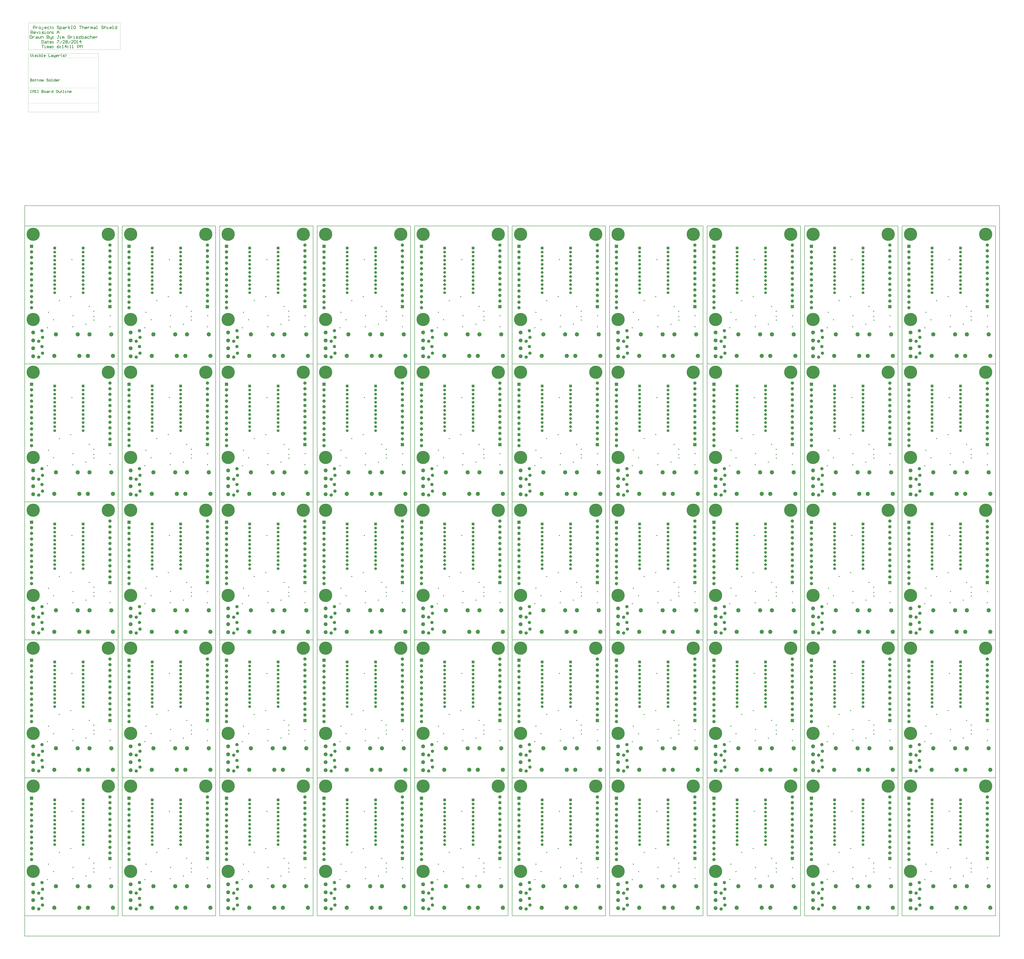
<source format=gbs>
%FSLAX25Y25*%
%MOIN*%
G70*
G01*
G75*
G04 Layer_Color=16711935*
%ADD10C,0.01200*%
%ADD11R,0.02559X0.03740*%
G04:AMPARAMS|DCode=12|XSize=37.4mil|YSize=25.59mil|CornerRadius=6.4mil|HoleSize=0mil|Usage=FLASHONLY|Rotation=270.000|XOffset=0mil|YOffset=0mil|HoleType=Round|Shape=RoundedRectangle|*
%AMROUNDEDRECTD12*
21,1,0.03740,0.01280,0,0,270.0*
21,1,0.02461,0.02559,0,0,270.0*
1,1,0.01280,-0.00640,-0.01230*
1,1,0.01280,-0.00640,0.01230*
1,1,0.01280,0.00640,0.01230*
1,1,0.01280,0.00640,-0.01230*
%
%ADD12ROUNDEDRECTD12*%
%ADD13O,0.02362X0.07480*%
%ADD14R,0.03900X0.04300*%
%ADD15C,0.04000*%
%ADD16R,0.04300X0.03900*%
%ADD17C,0.01000*%
%ADD18C,0.01500*%
%ADD19C,0.02000*%
%ADD20C,0.00394*%
%ADD21C,0.07087*%
%ADD22R,0.07087X0.07087*%
%ADD23C,0.09449*%
%ADD24C,0.05906*%
%ADD25R,0.05906X0.05906*%
%ADD26C,0.08661*%
%ADD27C,0.31496*%
%ADD28C,0.01800*%
%ADD29C,0.00787*%
%ADD30C,0.00984*%
%ADD31C,0.01575*%
%ADD32C,0.00700*%
%ADD33C,0.00800*%
%ADD34R,0.03359X0.04540*%
G04:AMPARAMS|DCode=35|XSize=45.4mil|YSize=33.59mil|CornerRadius=10.4mil|HoleSize=0mil|Usage=FLASHONLY|Rotation=270.000|XOffset=0mil|YOffset=0mil|HoleType=Round|Shape=RoundedRectangle|*
%AMROUNDEDRECTD35*
21,1,0.04540,0.01280,0,0,270.0*
21,1,0.02461,0.03359,0,0,270.0*
1,1,0.02080,-0.00640,-0.01230*
1,1,0.02080,-0.00640,0.01230*
1,1,0.02080,0.00640,0.01230*
1,1,0.02080,0.00640,-0.01230*
%
%ADD35ROUNDEDRECTD35*%
%ADD36O,0.03162X0.08280*%
%ADD37R,0.04700X0.05100*%
%ADD38C,0.08000*%
%ADD39R,0.05100X0.04700*%
%ADD40C,0.07887*%
%ADD41R,0.07887X0.07887*%
%ADD42C,0.10249*%
%ADD43C,0.06706*%
%ADD44R,0.06706X0.06706*%
%ADD45C,0.09461*%
%ADD46C,0.32296*%
%ADD47C,0.02600*%
D10*
X14600Y2112198D02*
Y2106200D01*
X17599D01*
X18599Y2107200D01*
Y2108199D01*
X17599Y2109199D01*
X14600D01*
X17599D01*
X18599Y2110199D01*
Y2111198D01*
X17599Y2112198D01*
X14600D01*
X21598Y2106200D02*
X23597D01*
X24597Y2107200D01*
Y2109199D01*
X23597Y2110199D01*
X21598D01*
X20598Y2109199D01*
Y2107200D01*
X21598Y2106200D01*
X27596Y2111198D02*
Y2110199D01*
X26596D01*
X28596D01*
X27596D01*
Y2107200D01*
X28596Y2106200D01*
X32594Y2111198D02*
Y2110199D01*
X31594D01*
X33594D01*
X32594D01*
Y2107200D01*
X33594Y2106200D01*
X37593D02*
X39592D01*
X40592Y2107200D01*
Y2109199D01*
X39592Y2110199D01*
X37593D01*
X36593Y2109199D01*
Y2107200D01*
X37593Y2106200D01*
X42591D02*
Y2110199D01*
X43591D01*
X44590Y2109199D01*
Y2106200D01*
Y2109199D01*
X45590Y2110199D01*
X46590Y2109199D01*
Y2106200D01*
X58586Y2111198D02*
X57586Y2112198D01*
X55587D01*
X54587Y2111198D01*
Y2110199D01*
X55587Y2109199D01*
X57586D01*
X58586Y2108199D01*
Y2107200D01*
X57586Y2106200D01*
X55587D01*
X54587Y2107200D01*
X61585Y2106200D02*
X63584D01*
X64584Y2107200D01*
Y2109199D01*
X63584Y2110199D01*
X61585D01*
X60585Y2109199D01*
Y2107200D01*
X61585Y2106200D01*
X66583D02*
X68582D01*
X67583D01*
Y2112198D01*
X66583D01*
X75580D02*
Y2106200D01*
X72581D01*
X71582Y2107200D01*
Y2109199D01*
X72581Y2110199D01*
X75580D01*
X80579Y2106200D02*
X78579D01*
X77580Y2107200D01*
Y2109199D01*
X78579Y2110199D01*
X80579D01*
X81578Y2109199D01*
Y2108199D01*
X77580D01*
X83578Y2110199D02*
Y2106200D01*
Y2108199D01*
X84577Y2109199D01*
X85577Y2110199D01*
X86577D01*
X17199Y2078300D02*
X15200D01*
Y2084298D01*
X17199D01*
X20198Y2078300D02*
Y2084298D01*
X22198Y2082299D01*
X24197Y2084298D01*
Y2078300D01*
X26196D02*
X28196D01*
X27196D01*
Y2084298D01*
X26196Y2083298D01*
X31195Y2078300D02*
X33194D01*
Y2084298D01*
X31195D01*
X42191D02*
Y2078300D01*
X45190D01*
X46190Y2079300D01*
Y2080299D01*
X45190Y2081299D01*
X42191D01*
X45190D01*
X46190Y2082299D01*
Y2083298D01*
X45190Y2084298D01*
X42191D01*
X49189Y2078300D02*
X51188D01*
X52188Y2079300D01*
Y2081299D01*
X51188Y2082299D01*
X49189D01*
X48189Y2081299D01*
Y2079300D01*
X49189Y2078300D01*
X55187Y2082299D02*
X57186D01*
X58186Y2081299D01*
Y2078300D01*
X55187D01*
X54187Y2079300D01*
X55187Y2080299D01*
X58186D01*
X60185Y2082299D02*
Y2078300D01*
Y2080299D01*
X61185Y2081299D01*
X62185Y2082299D01*
X63184D01*
X70182Y2084298D02*
Y2078300D01*
X67183D01*
X66184Y2079300D01*
Y2081299D01*
X67183Y2082299D01*
X70182D01*
X81179Y2084298D02*
X79179D01*
X78180Y2083298D01*
Y2079300D01*
X79179Y2078300D01*
X81179D01*
X82178Y2079300D01*
Y2083298D01*
X81179Y2084298D01*
X84178Y2082299D02*
Y2079300D01*
X85177Y2078300D01*
X88176D01*
Y2082299D01*
X91175Y2083298D02*
Y2082299D01*
X90176D01*
X92175D01*
X91175D01*
Y2079300D01*
X92175Y2078300D01*
X95174D02*
X97174D01*
X96174D01*
Y2084298D01*
X95174D01*
X100172Y2078300D02*
X102172D01*
X101172D01*
Y2082299D01*
X100172D01*
X105171Y2078300D02*
Y2082299D01*
X108170D01*
X109170Y2081299D01*
Y2078300D01*
X114168D02*
X112169D01*
X111169Y2079300D01*
Y2081299D01*
X112169Y2082299D01*
X114168D01*
X115168Y2081299D01*
Y2080299D01*
X111169D01*
X14600Y2172878D02*
Y2168879D01*
X16599Y2166879D01*
X18599Y2168879D01*
Y2172878D01*
X20598Y2166879D02*
X22597D01*
X21598D01*
Y2170878D01*
X20598D01*
X25596Y2166879D02*
X28596D01*
X29595Y2167879D01*
X28596Y2168879D01*
X26596D01*
X25596Y2169879D01*
X26596Y2170878D01*
X29595D01*
X31594Y2166879D02*
X33594D01*
X32594D01*
Y2170878D01*
X31594D01*
X36593Y2172878D02*
Y2166879D01*
X39592D01*
X40592Y2167879D01*
Y2168879D01*
Y2169879D01*
X39592Y2170878D01*
X36593D01*
X42591Y2166879D02*
X44590D01*
X43591D01*
Y2172878D01*
X42591D01*
X50588Y2166879D02*
X48589D01*
X47589Y2167879D01*
Y2169879D01*
X48589Y2170878D01*
X50588D01*
X51588Y2169879D01*
Y2168879D01*
X47589D01*
X59585Y2172878D02*
Y2166879D01*
X63584D01*
X66583Y2170878D02*
X68582D01*
X69582Y2169879D01*
Y2166879D01*
X66583D01*
X65583Y2167879D01*
X66583Y2168879D01*
X69582D01*
X71582Y2170878D02*
Y2167879D01*
X72581Y2166879D01*
X75580D01*
Y2165880D01*
X74581Y2164880D01*
X73581D01*
X75580Y2166879D02*
Y2170878D01*
X80579Y2166879D02*
X78579D01*
X77580Y2167879D01*
Y2169879D01*
X78579Y2170878D01*
X80579D01*
X81578Y2169879D01*
Y2168879D01*
X77580D01*
X83578Y2170878D02*
Y2166879D01*
Y2168879D01*
X84577Y2169879D01*
X85577Y2170878D01*
X86577D01*
X91575Y2166879D02*
X89576Y2168879D01*
Y2170878D01*
X91575Y2172878D01*
X94574Y2166879D02*
X97573D01*
X98573Y2167879D01*
X97573Y2168879D01*
X95574D01*
X94574Y2169879D01*
X95574Y2170878D01*
X98573D01*
X100572Y2166879D02*
X102571Y2168879D01*
Y2170878D01*
X100572Y2172878D01*
X21364Y2235431D02*
Y2242428D01*
X24863D01*
X26029Y2241262D01*
Y2238930D01*
X24863Y2237763D01*
X21364D01*
X28362Y2240096D02*
Y2235431D01*
Y2237763D01*
X29528Y2238930D01*
X30694Y2240096D01*
X31861D01*
X36526Y2235431D02*
X38858D01*
X40025Y2236597D01*
Y2238930D01*
X38858Y2240096D01*
X36526D01*
X35359Y2238930D01*
Y2236597D01*
X36526Y2235431D01*
X42357Y2233098D02*
X43523D01*
X44690Y2234264D01*
Y2240096D01*
X52854Y2235431D02*
X50521D01*
X49355Y2236597D01*
Y2238930D01*
X50521Y2240096D01*
X52854D01*
X54020Y2238930D01*
Y2237763D01*
X49355D01*
X61018Y2240096D02*
X57519D01*
X56353Y2238930D01*
Y2236597D01*
X57519Y2235431D01*
X61018D01*
X64517Y2241262D02*
Y2240096D01*
X63350D01*
X65683D01*
X64517D01*
Y2236597D01*
X65683Y2235431D01*
X69182Y2240096D02*
X70348D01*
Y2238930D01*
X69182D01*
Y2240096D01*
Y2236597D02*
X70348D01*
Y2235431D01*
X69182D01*
Y2236597D01*
X15532Y2223620D02*
Y2230617D01*
X19031D01*
X20198Y2229451D01*
Y2227118D01*
X19031Y2225952D01*
X15532D01*
X17865D02*
X20198Y2223620D01*
X26029D02*
X23697D01*
X22530Y2224786D01*
Y2227118D01*
X23697Y2228285D01*
X26029D01*
X27195Y2227118D01*
Y2225952D01*
X22530D01*
X29528Y2228285D02*
X31861Y2223620D01*
X34193Y2228285D01*
X36526Y2223620D02*
X38858D01*
X37692D01*
Y2228285D01*
X36526D01*
X42357Y2223620D02*
X45856D01*
X47022Y2224786D01*
X45856Y2225952D01*
X43523D01*
X42357Y2227118D01*
X43523Y2228285D01*
X47022D01*
X49355Y2223620D02*
X51688D01*
X50521D01*
Y2228285D01*
X49355D01*
X56353Y2223620D02*
X58685D01*
X59851Y2224786D01*
Y2227118D01*
X58685Y2228285D01*
X56353D01*
X55186Y2227118D01*
Y2224786D01*
X56353Y2223620D01*
X62184D02*
Y2228285D01*
X65683D01*
X66849Y2227118D01*
Y2223620D01*
X69182Y2228285D02*
X70348D01*
Y2227118D01*
X69182D01*
Y2228285D01*
Y2224786D02*
X70348D01*
Y2223620D01*
X69182D01*
Y2224786D01*
X13200Y2218806D02*
Y2211809D01*
X16699D01*
X17865Y2212975D01*
Y2217640D01*
X16699Y2218806D01*
X13200D01*
X20198Y2216474D02*
Y2211809D01*
Y2214141D01*
X21364Y2215307D01*
X22530Y2216474D01*
X23697D01*
X28362D02*
X30694D01*
X31861Y2215307D01*
Y2211809D01*
X28362D01*
X27195Y2212975D01*
X28362Y2214141D01*
X31861D01*
X34193Y2216474D02*
Y2212975D01*
X35359Y2211809D01*
X36526Y2212975D01*
X37692Y2211809D01*
X38858Y2212975D01*
Y2216474D01*
X41191Y2211809D02*
Y2216474D01*
X44690D01*
X45856Y2215307D01*
Y2211809D01*
X55186Y2218806D02*
Y2211809D01*
X58685D01*
X59851Y2212975D01*
Y2214141D01*
X58685Y2215307D01*
X55186D01*
X58685D01*
X59851Y2216474D01*
Y2217640D01*
X58685Y2218806D01*
X55186D01*
X62184Y2216474D02*
Y2212975D01*
X63350Y2211809D01*
X66849D01*
Y2210642D01*
X65683Y2209476D01*
X64517D01*
X66849Y2211809D02*
Y2216474D01*
X69182D02*
X70348D01*
Y2215307D01*
X69182D01*
Y2216474D01*
Y2212975D02*
X70348D01*
Y2211809D01*
X69182D01*
Y2212975D01*
X42357Y2206995D02*
Y2199998D01*
X45856D01*
X47022Y2201164D01*
Y2205829D01*
X45856Y2206995D01*
X42357D01*
X50521Y2204663D02*
X52854D01*
X54020Y2203497D01*
Y2199998D01*
X50521D01*
X49355Y2201164D01*
X50521Y2202330D01*
X54020D01*
X57519Y2205829D02*
Y2204663D01*
X56353D01*
X58685D01*
X57519D01*
Y2201164D01*
X58685Y2199998D01*
X65683D02*
X63350D01*
X62184Y2201164D01*
Y2203497D01*
X63350Y2204663D01*
X65683D01*
X66849Y2203497D01*
Y2202330D01*
X62184D01*
X69182Y2204663D02*
X70348D01*
Y2203497D01*
X69182D01*
Y2204663D01*
Y2201164D02*
X70348D01*
Y2199998D01*
X69182D01*
Y2201164D01*
X42357Y2195184D02*
X47022D01*
X44690D01*
Y2188187D01*
X49355D02*
X51688D01*
X50521D01*
Y2192852D01*
X49355D01*
X55186Y2188187D02*
Y2192852D01*
X56353D01*
X57519Y2191685D01*
Y2188187D01*
Y2191685D01*
X58685Y2192852D01*
X59851Y2191685D01*
Y2188187D01*
X65683D02*
X63350D01*
X62184Y2189353D01*
Y2191685D01*
X63350Y2192852D01*
X65683D01*
X66849Y2191685D01*
Y2190519D01*
X62184D01*
X69182Y2192852D02*
X70348D01*
Y2191685D01*
X69182D01*
Y2192852D01*
Y2189353D02*
X70348D01*
Y2188187D01*
X69182D01*
Y2189353D01*
X84794Y2241262D02*
X83628Y2242428D01*
X81295D01*
X80129Y2241262D01*
Y2240096D01*
X81295Y2238930D01*
X83628D01*
X84794Y2237763D01*
Y2236597D01*
X83628Y2235431D01*
X81295D01*
X80129Y2236597D01*
X87127Y2233098D02*
Y2240096D01*
X90626D01*
X91792Y2238930D01*
Y2236597D01*
X90626Y2235431D01*
X87127D01*
X95291Y2240096D02*
X97623D01*
X98790Y2238930D01*
Y2235431D01*
X95291D01*
X94125Y2236597D01*
X95291Y2237763D01*
X98790D01*
X101122Y2240096D02*
Y2235431D01*
Y2237763D01*
X102289Y2238930D01*
X103455Y2240096D01*
X104621D01*
X108120Y2235431D02*
Y2242428D01*
Y2237763D02*
X111619Y2240096D01*
X108120Y2237763D02*
X111619Y2235431D01*
X115118Y2242428D02*
X117450D01*
X116284D01*
Y2235431D01*
X115118D01*
X117450D01*
X124448Y2242428D02*
X122116D01*
X120949Y2241262D01*
Y2236597D01*
X122116Y2235431D01*
X124448D01*
X125614Y2236597D01*
Y2241262D01*
X124448Y2242428D01*
X134945D02*
X139610D01*
X137277D01*
Y2235431D01*
X141943Y2242428D02*
Y2235431D01*
Y2238930D01*
X143109Y2240096D01*
X145441D01*
X146608Y2238930D01*
Y2235431D01*
X152439D02*
X150107D01*
X148940Y2236597D01*
Y2238930D01*
X150107Y2240096D01*
X152439D01*
X153605Y2238930D01*
Y2237763D01*
X148940D01*
X155938Y2240096D02*
Y2235431D01*
Y2237763D01*
X157104Y2238930D01*
X158271Y2240096D01*
X159437D01*
X162936Y2235431D02*
Y2240096D01*
X164102D01*
X165268Y2238930D01*
Y2235431D01*
Y2238930D01*
X166435Y2240096D01*
X167601Y2238930D01*
Y2235431D01*
X171100Y2240096D02*
X173432D01*
X174599Y2238930D01*
Y2235431D01*
X171100D01*
X169933Y2236597D01*
X171100Y2237763D01*
X174599D01*
X176931Y2235431D02*
X179264D01*
X178097D01*
Y2242428D01*
X176931D01*
X194425Y2241262D02*
X193259Y2242428D01*
X190927D01*
X189760Y2241262D01*
Y2240096D01*
X190927Y2238930D01*
X193259D01*
X194425Y2237763D01*
Y2236597D01*
X193259Y2235431D01*
X190927D01*
X189760Y2236597D01*
X196758Y2242428D02*
Y2235431D01*
Y2238930D01*
X197924Y2240096D01*
X200257D01*
X201423Y2238930D01*
Y2235431D01*
X203756D02*
X206088D01*
X204922D01*
Y2240096D01*
X203756D01*
X213086Y2235431D02*
X210754D01*
X209587Y2236597D01*
Y2238930D01*
X210754Y2240096D01*
X213086D01*
X214252Y2238930D01*
Y2237763D01*
X209587D01*
X216585Y2235431D02*
X218918D01*
X217751D01*
Y2242428D01*
X216585D01*
X227082D02*
Y2235431D01*
X223583D01*
X222416Y2236597D01*
Y2238930D01*
X223583Y2240096D01*
X227082D01*
X80129Y2223620D02*
Y2228285D01*
X82462Y2230617D01*
X84794Y2228285D01*
Y2223620D01*
Y2227118D01*
X80129D01*
X84794Y2218806D02*
X82462D01*
X83628D01*
Y2212975D01*
X82462Y2211809D01*
X81295D01*
X80129Y2212975D01*
X87127Y2211809D02*
X89459D01*
X88293D01*
Y2216474D01*
X87127D01*
X92958Y2211809D02*
Y2216474D01*
X94125D01*
X95291Y2215307D01*
Y2211809D01*
Y2215307D01*
X96457Y2216474D01*
X97623Y2215307D01*
Y2211809D01*
X111619Y2217640D02*
X110453Y2218806D01*
X108120D01*
X106954Y2217640D01*
Y2212975D01*
X108120Y2211809D01*
X110453D01*
X111619Y2212975D01*
Y2215307D01*
X109286D01*
X113952Y2216474D02*
Y2211809D01*
Y2214141D01*
X115118Y2215307D01*
X116284Y2216474D01*
X117450D01*
X120949Y2211809D02*
X123282D01*
X122116D01*
Y2216474D01*
X120949D01*
X126781Y2211809D02*
X130280D01*
X131446Y2212975D01*
X130280Y2214141D01*
X127947D01*
X126781Y2215307D01*
X127947Y2216474D01*
X131446D01*
X133778D02*
X138444D01*
X133778Y2211809D01*
X138444D01*
X140776Y2218806D02*
Y2211809D01*
X144275D01*
X145441Y2212975D01*
Y2214141D01*
Y2215307D01*
X144275Y2216474D01*
X140776D01*
X148940D02*
X151273D01*
X152439Y2215307D01*
Y2211809D01*
X148940D01*
X147774Y2212975D01*
X148940Y2214141D01*
X152439D01*
X159437Y2216474D02*
X155938D01*
X154772Y2215307D01*
Y2212975D01*
X155938Y2211809D01*
X159437D01*
X161769Y2218806D02*
Y2211809D01*
Y2215307D01*
X162936Y2216474D01*
X165268D01*
X166435Y2215307D01*
Y2211809D01*
X172266D02*
X169933D01*
X168767Y2212975D01*
Y2215307D01*
X169933Y2216474D01*
X172266D01*
X173432Y2215307D01*
Y2214141D01*
X168767D01*
X175765Y2216474D02*
Y2211809D01*
Y2214141D01*
X176931Y2215307D01*
X178097Y2216474D01*
X179264D01*
X84794Y2195184D02*
X82462Y2194018D01*
X80129Y2191685D01*
Y2189353D01*
X81295Y2188187D01*
X83628D01*
X84794Y2189353D01*
Y2190519D01*
X83628Y2191685D01*
X80129D01*
X87127Y2192852D02*
X88293D01*
Y2191685D01*
X87127D01*
Y2192852D01*
Y2189353D02*
X88293D01*
Y2188187D01*
X87127D01*
Y2189353D01*
X92958Y2188187D02*
X95291D01*
X94125D01*
Y2195184D01*
X92958Y2194018D01*
X102289Y2188187D02*
Y2195184D01*
X98790Y2191685D01*
X103455D01*
X105788Y2192852D02*
X106954D01*
Y2191685D01*
X105788D01*
Y2192852D01*
Y2189353D02*
X106954D01*
Y2188187D01*
X105788D01*
Y2189353D01*
X111619Y2188187D02*
X113952D01*
X112785D01*
Y2195184D01*
X111619Y2194018D01*
X117450Y2188187D02*
X119783D01*
X118617D01*
Y2195184D01*
X117450Y2194018D01*
X130280Y2188187D02*
Y2195184D01*
X133778D01*
X134945Y2194018D01*
Y2191685D01*
X133778Y2190519D01*
X130280D01*
X137277Y2188187D02*
Y2195184D01*
X139610Y2192852D01*
X141943Y2195184D01*
Y2188187D01*
X80129Y2206995D02*
X84794D01*
Y2205829D01*
X80129Y2201164D01*
Y2199998D01*
X87127D02*
X91792Y2204663D01*
X98790Y2199998D02*
X94125D01*
X98790Y2204663D01*
Y2205829D01*
X97623Y2206995D01*
X95291D01*
X94125Y2205829D01*
X101122D02*
X102289Y2206995D01*
X104621D01*
X105788Y2205829D01*
Y2204663D01*
X104621Y2203497D01*
X105788Y2202330D01*
Y2201164D01*
X104621Y2199998D01*
X102289D01*
X101122Y2201164D01*
Y2202330D01*
X102289Y2203497D01*
X101122Y2204663D01*
Y2205829D01*
X102289Y2203497D02*
X104621D01*
X108120Y2199998D02*
X112785Y2204663D01*
X119783Y2199998D02*
X115118D01*
X119783Y2204663D01*
Y2205829D01*
X118617Y2206995D01*
X116284D01*
X115118Y2205829D01*
X122116D02*
X123282Y2206995D01*
X125614D01*
X126781Y2205829D01*
Y2201164D01*
X125614Y2199998D01*
X123282D01*
X122116Y2201164D01*
Y2205829D01*
X129113Y2199998D02*
X131446D01*
X130280D01*
Y2206995D01*
X129113Y2205829D01*
X138444Y2199998D02*
Y2206995D01*
X134945Y2203497D01*
X139610D01*
D17*
X0Y0D02*
Y1800000D01*
Y0D02*
X2400000D01*
X0Y1800000D02*
X2400000D01*
Y0D02*
Y1800000D01*
X0Y50000D02*
Y390000D01*
X230000D01*
Y50500D02*
Y390000D01*
X0Y50000D02*
X230000D01*
X240000D02*
Y390000D01*
X470000D01*
Y50500D02*
Y390000D01*
X240000Y50000D02*
X470000D01*
X480000D02*
Y390000D01*
X710000D01*
Y50500D02*
Y390000D01*
X480000Y50000D02*
X710000D01*
X720000D02*
Y390000D01*
X950000D01*
Y50500D02*
Y390000D01*
X720000Y50000D02*
X950000D01*
X960000D02*
Y390000D01*
X1190000D01*
Y50500D02*
Y390000D01*
X960000Y50000D02*
X1190000D01*
X1200000D02*
Y390000D01*
X1430000D01*
Y50500D02*
Y390000D01*
X1200000Y50000D02*
X1430000D01*
X1440000D02*
Y390000D01*
X1670000D01*
Y50500D02*
Y390000D01*
X1440000Y50000D02*
X1670000D01*
X1680000D02*
Y390000D01*
X1910000D01*
Y50500D02*
Y390000D01*
X1680000Y50000D02*
X1910000D01*
X1920000D02*
Y390000D01*
X2150000D01*
Y50500D02*
Y390000D01*
X1920000Y50000D02*
X2150000D01*
X2160000D02*
Y390000D01*
X2390000D01*
Y50500D02*
Y390000D01*
X2160000Y50000D02*
X2390000D01*
X0Y390000D02*
Y730000D01*
X230000D01*
Y390500D02*
Y730000D01*
X0Y390000D02*
X230000D01*
X240000D02*
Y730000D01*
X470000D01*
Y390500D02*
Y730000D01*
X240000Y390000D02*
X470000D01*
X480000D02*
Y730000D01*
X710000D01*
Y390500D02*
Y730000D01*
X480000Y390000D02*
X710000D01*
X720000D02*
Y730000D01*
X950000D01*
Y390500D02*
Y730000D01*
X720000Y390000D02*
X950000D01*
X960000D02*
Y730000D01*
X1190000D01*
Y390500D02*
Y730000D01*
X960000Y390000D02*
X1190000D01*
X1200000D02*
Y730000D01*
X1430000D01*
Y390500D02*
Y730000D01*
X1200000Y390000D02*
X1430000D01*
X1440000D02*
Y730000D01*
X1670000D01*
Y390500D02*
Y730000D01*
X1440000Y390000D02*
X1670000D01*
X1680000D02*
Y730000D01*
X1910000D01*
Y390500D02*
Y730000D01*
X1680000Y390000D02*
X1910000D01*
X1920000D02*
Y730000D01*
X2150000D01*
Y390500D02*
Y730000D01*
X1920000Y390000D02*
X2150000D01*
X2160000D02*
Y730000D01*
X2390000D01*
Y390500D02*
Y730000D01*
X2160000Y390000D02*
X2390000D01*
X0Y730000D02*
Y1070000D01*
X230000D01*
Y730500D02*
Y1070000D01*
X0Y730000D02*
X230000D01*
X240000D02*
Y1070000D01*
X470000D01*
Y730500D02*
Y1070000D01*
X240000Y730000D02*
X470000D01*
X480000D02*
Y1070000D01*
X710000D01*
Y730500D02*
Y1070000D01*
X480000Y730000D02*
X710000D01*
X720000D02*
Y1070000D01*
X950000D01*
Y730500D02*
Y1070000D01*
X720000Y730000D02*
X950000D01*
X960000D02*
Y1070000D01*
X1190000D01*
Y730500D02*
Y1070000D01*
X960000Y730000D02*
X1190000D01*
X1200000D02*
Y1070000D01*
X1430000D01*
Y730500D02*
Y1070000D01*
X1200000Y730000D02*
X1430000D01*
X1440000D02*
Y1070000D01*
X1670000D01*
Y730500D02*
Y1070000D01*
X1440000Y730000D02*
X1670000D01*
X1680000D02*
Y1070000D01*
X1910000D01*
Y730500D02*
Y1070000D01*
X1680000Y730000D02*
X1910000D01*
X1920000D02*
Y1070000D01*
X2150000D01*
Y730500D02*
Y1070000D01*
X1920000Y730000D02*
X2150000D01*
X2160000D02*
Y1070000D01*
X2390000D01*
Y730500D02*
Y1070000D01*
X2160000Y730000D02*
X2390000D01*
X0Y1070000D02*
Y1410000D01*
X230000D01*
Y1070500D02*
Y1410000D01*
X0Y1070000D02*
X230000D01*
X240000D02*
Y1410000D01*
X470000D01*
Y1070500D02*
Y1410000D01*
X240000Y1070000D02*
X470000D01*
X480000D02*
Y1410000D01*
X710000D01*
Y1070500D02*
Y1410000D01*
X480000Y1070000D02*
X710000D01*
X720000D02*
Y1410000D01*
X950000D01*
Y1070500D02*
Y1410000D01*
X720000Y1070000D02*
X950000D01*
X960000D02*
Y1410000D01*
X1190000D01*
Y1070500D02*
Y1410000D01*
X960000Y1070000D02*
X1190000D01*
X1200000D02*
Y1410000D01*
X1430000D01*
Y1070500D02*
Y1410000D01*
X1200000Y1070000D02*
X1430000D01*
X1440000D02*
Y1410000D01*
X1670000D01*
Y1070500D02*
Y1410000D01*
X1440000Y1070000D02*
X1670000D01*
X1680000D02*
Y1410000D01*
X1910000D01*
Y1070500D02*
Y1410000D01*
X1680000Y1070000D02*
X1910000D01*
X1920000D02*
Y1410000D01*
X2150000D01*
Y1070500D02*
Y1410000D01*
X1920000Y1070000D02*
X2150000D01*
X2160000D02*
Y1410000D01*
X2390000D01*
Y1070500D02*
Y1410000D01*
X2160000Y1070000D02*
X2390000D01*
X0Y1410000D02*
Y1750000D01*
X230000D01*
Y1410500D02*
Y1750000D01*
X0Y1410000D02*
X230000D01*
X240000D02*
Y1750000D01*
X470000D01*
Y1410500D02*
Y1750000D01*
X240000Y1410000D02*
X470000D01*
X480000D02*
Y1750000D01*
X710000D01*
Y1410500D02*
Y1750000D01*
X480000Y1410000D02*
X710000D01*
X720000D02*
Y1750000D01*
X950000D01*
Y1410500D02*
Y1750000D01*
X720000Y1410000D02*
X950000D01*
X960000D02*
Y1750000D01*
X1190000D01*
Y1410500D02*
Y1750000D01*
X960000Y1410000D02*
X1190000D01*
X1200000D02*
Y1750000D01*
X1430000D01*
Y1410500D02*
Y1750000D01*
X1200000Y1410000D02*
X1430000D01*
X1440000D02*
Y1750000D01*
X1670000D01*
Y1410500D02*
Y1750000D01*
X1440000Y1410000D02*
X1670000D01*
X1680000D02*
Y1750000D01*
X1910000D01*
Y1410500D02*
Y1750000D01*
X1680000Y1410000D02*
X1910000D01*
X1920000D02*
Y1750000D01*
X2150000D01*
Y1410500D02*
Y1750000D01*
X1920000Y1410000D02*
X2150000D01*
X2160000D02*
Y1750000D01*
X2390000D01*
Y1410500D02*
Y1750000D01*
X2160000Y1410000D02*
X2390000D01*
D20*
X9063Y2052377D02*
X11032D01*
X13000D02*
X14968D01*
X16937D02*
X18905D01*
X20874D02*
X22842D01*
X24811D02*
X26779D01*
X28748D02*
X30716D01*
X32685D02*
X34653D01*
X36622D02*
X38591D01*
X40559D02*
X42528D01*
X44496D02*
X46465D01*
X48433D02*
X50402D01*
X52370D02*
X54339D01*
X56307D02*
X58276D01*
X60244D02*
X62213D01*
X64181D02*
X66150D01*
X68118D02*
X70087D01*
X72055D02*
X74024D01*
X75992D02*
X77961D01*
X79929D02*
X81898D01*
X83866D02*
X85835D01*
X87803D02*
X89772D01*
X91740D02*
X93709D01*
X95677D02*
X97646D01*
X99614D02*
X101583D01*
X103551D02*
X105520D01*
X107488D02*
X109457D01*
X111425D02*
X113394D01*
X115362D02*
X117331D01*
X119299D02*
X121268D01*
X123236D02*
X125205D01*
X127173D02*
X129142D01*
X131110D02*
X133079D01*
X135047D02*
X137016D01*
X138984D02*
X140953D01*
X142921D02*
X144890D01*
X146858D02*
X148827D01*
X150795D02*
X152764D01*
X154732D02*
X156701D01*
X158669D02*
X160638D01*
X162606D02*
X164575D01*
X166543D02*
X168512D01*
X170480D02*
X172449D01*
X174417D02*
X176386D01*
X178354D02*
X180323D01*
X9363Y2089817D02*
X11332D01*
X13300D02*
X15269D01*
X17237D02*
X19206D01*
X21174D02*
X23143D01*
X25111D02*
X27079D01*
X29048D02*
X31016D01*
X32985D02*
X34953D01*
X36922D02*
X38891D01*
X40859D02*
X42828D01*
X44796D02*
X46765D01*
X48733D02*
X50702D01*
X52670D02*
X54639D01*
X56607D02*
X58576D01*
X60544D02*
X62513D01*
X64481D02*
X66450D01*
X68418D02*
X70387D01*
X72355D02*
X74324D01*
X76292D02*
X78261D01*
X80229D02*
X82198D01*
X84166D02*
X86135D01*
X88103D02*
X90072D01*
X92040D02*
X94009D01*
X95977D02*
X97946D01*
X99914D02*
X101883D01*
X103851D02*
X105820D01*
X107788D02*
X109757D01*
X111725D02*
X113694D01*
X115662D02*
X117631D01*
X119599D02*
X121568D01*
X123536D02*
X125505D01*
X127473D02*
X129442D01*
X131410D02*
X133379D01*
X135347D02*
X137316D01*
X139284D02*
X141253D01*
X143221D02*
X145190D01*
X147158D02*
X149127D01*
X151095D02*
X153064D01*
X155032D02*
X157001D01*
X158969D02*
X160938D01*
X162906D02*
X164875D01*
X166843D02*
X168812D01*
X170780D02*
X172749D01*
X174717D02*
X176686D01*
X178654D02*
X180623D01*
X178054Y2163927D02*
X180023D01*
X174117D02*
X176086D01*
X170180D02*
X172149D01*
X166243D02*
X168212D01*
X162306D02*
X164275D01*
X158369D02*
X160338D01*
X154432D02*
X156401D01*
X150495D02*
X152464D01*
X146558D02*
X148527D01*
X142621D02*
X144590D01*
X138684D02*
X140653D01*
X134747D02*
X136716D01*
X130810D02*
X132779D01*
X126873D02*
X128842D01*
X122936D02*
X124905D01*
X118999D02*
X120968D01*
X115062D02*
X117031D01*
X111125D02*
X113094D01*
X107188D02*
X109157D01*
X103251D02*
X105220D01*
X99314D02*
X101283D01*
X95377D02*
X97346D01*
X91440D02*
X93409D01*
X87503D02*
X89472D01*
X83566D02*
X85535D01*
X79629D02*
X81598D01*
X75692D02*
X77661D01*
X71755D02*
X73724D01*
X67818D02*
X69787D01*
X63881D02*
X65850D01*
X59944D02*
X61913D01*
X56007D02*
X57976D01*
X52070D02*
X54039D01*
X48133D02*
X50102D01*
X44196D02*
X46165D01*
X40259D02*
X42228D01*
X36322D02*
X38291D01*
X32385D02*
X34354D01*
X28448D02*
X30417D01*
X24511D02*
X26480D01*
X20574D02*
X22543D01*
X16637D02*
X18606D01*
X12700D02*
X14669D01*
X8763D02*
X10731D01*
X181991Y2030500D02*
Y2162943D01*
X8763Y2030500D02*
X181991D01*
X8763D02*
Y2162943D01*
Y2174754D01*
X181991D01*
Y2162943D02*
Y2174754D01*
X9263Y2184249D02*
Y2250200D01*
Y2184249D02*
X235400D01*
Y2250200D01*
X9263D02*
X235400D01*
D40*
X210000Y342505D02*
D03*
Y328725D02*
D03*
Y314946D02*
D03*
Y301166D02*
D03*
Y287387D02*
D03*
Y273607D02*
D03*
Y259828D02*
D03*
Y246048D02*
D03*
Y232269D02*
D03*
Y218489D02*
D03*
Y204709D02*
D03*
X44000Y76300D02*
D03*
X42819Y92442D02*
D03*
X34945Y66457D02*
D03*
X17000Y188095D02*
D03*
Y201875D02*
D03*
Y215654D02*
D03*
Y229434D02*
D03*
Y243213D02*
D03*
Y256993D02*
D03*
Y270772D02*
D03*
Y284552D02*
D03*
Y298331D02*
D03*
Y312111D02*
D03*
Y325890D02*
D03*
X44000Y115300D02*
D03*
X42819Y131442D02*
D03*
X34945Y105457D02*
D03*
X450000Y342505D02*
D03*
Y328725D02*
D03*
Y314946D02*
D03*
Y301166D02*
D03*
Y287387D02*
D03*
Y273607D02*
D03*
Y259828D02*
D03*
Y246048D02*
D03*
Y232269D02*
D03*
Y218489D02*
D03*
Y204709D02*
D03*
X284000Y76300D02*
D03*
X282819Y92442D02*
D03*
X274945Y66457D02*
D03*
X257000Y188095D02*
D03*
Y201875D02*
D03*
Y215654D02*
D03*
Y229434D02*
D03*
Y243213D02*
D03*
Y256993D02*
D03*
Y270772D02*
D03*
Y284552D02*
D03*
Y298331D02*
D03*
Y312111D02*
D03*
Y325890D02*
D03*
X284000Y115300D02*
D03*
X282819Y131442D02*
D03*
X274945Y105457D02*
D03*
X690000Y342505D02*
D03*
Y328725D02*
D03*
Y314946D02*
D03*
Y301166D02*
D03*
Y287387D02*
D03*
Y273607D02*
D03*
Y259828D02*
D03*
Y246048D02*
D03*
Y232269D02*
D03*
Y218489D02*
D03*
Y204709D02*
D03*
X524000Y76300D02*
D03*
X522819Y92442D02*
D03*
X514945Y66457D02*
D03*
X497000Y188095D02*
D03*
Y201875D02*
D03*
Y215654D02*
D03*
Y229434D02*
D03*
Y243213D02*
D03*
Y256993D02*
D03*
Y270772D02*
D03*
Y284552D02*
D03*
Y298331D02*
D03*
Y312111D02*
D03*
Y325890D02*
D03*
X524000Y115300D02*
D03*
X522819Y131442D02*
D03*
X514945Y105457D02*
D03*
X930000Y342505D02*
D03*
Y328725D02*
D03*
Y314946D02*
D03*
Y301166D02*
D03*
Y287387D02*
D03*
Y273607D02*
D03*
Y259828D02*
D03*
Y246048D02*
D03*
Y232269D02*
D03*
Y218489D02*
D03*
Y204709D02*
D03*
X764000Y76300D02*
D03*
X762819Y92442D02*
D03*
X754945Y66457D02*
D03*
X737000Y188095D02*
D03*
Y201875D02*
D03*
Y215654D02*
D03*
Y229434D02*
D03*
Y243213D02*
D03*
Y256993D02*
D03*
Y270772D02*
D03*
Y284552D02*
D03*
Y298331D02*
D03*
Y312111D02*
D03*
Y325890D02*
D03*
X764000Y115300D02*
D03*
X762819Y131442D02*
D03*
X754945Y105457D02*
D03*
X1170000Y342505D02*
D03*
Y328725D02*
D03*
Y314946D02*
D03*
Y301166D02*
D03*
Y287387D02*
D03*
Y273607D02*
D03*
Y259828D02*
D03*
Y246048D02*
D03*
Y232269D02*
D03*
Y218489D02*
D03*
Y204709D02*
D03*
X1004000Y76300D02*
D03*
X1002819Y92442D02*
D03*
X994945Y66457D02*
D03*
X977000Y188095D02*
D03*
Y201875D02*
D03*
Y215654D02*
D03*
Y229434D02*
D03*
Y243213D02*
D03*
Y256993D02*
D03*
Y270772D02*
D03*
Y284552D02*
D03*
Y298331D02*
D03*
Y312111D02*
D03*
Y325890D02*
D03*
X1004000Y115300D02*
D03*
X1002819Y131442D02*
D03*
X994945Y105457D02*
D03*
X1410000Y342505D02*
D03*
Y328725D02*
D03*
Y314946D02*
D03*
Y301166D02*
D03*
Y287387D02*
D03*
Y273607D02*
D03*
Y259828D02*
D03*
Y246048D02*
D03*
Y232269D02*
D03*
Y218489D02*
D03*
Y204709D02*
D03*
X1244000Y76300D02*
D03*
X1242819Y92442D02*
D03*
X1234945Y66457D02*
D03*
X1217000Y188095D02*
D03*
Y201875D02*
D03*
Y215654D02*
D03*
Y229434D02*
D03*
Y243213D02*
D03*
Y256993D02*
D03*
Y270772D02*
D03*
Y284552D02*
D03*
Y298331D02*
D03*
Y312111D02*
D03*
Y325890D02*
D03*
X1244000Y115300D02*
D03*
X1242819Y131442D02*
D03*
X1234945Y105457D02*
D03*
X1650000Y342505D02*
D03*
Y328725D02*
D03*
Y314946D02*
D03*
Y301166D02*
D03*
Y287387D02*
D03*
Y273607D02*
D03*
Y259828D02*
D03*
Y246048D02*
D03*
Y232269D02*
D03*
Y218489D02*
D03*
Y204709D02*
D03*
X1484000Y76300D02*
D03*
X1482819Y92442D02*
D03*
X1474945Y66457D02*
D03*
X1457000Y188095D02*
D03*
Y201875D02*
D03*
Y215654D02*
D03*
Y229434D02*
D03*
Y243213D02*
D03*
Y256993D02*
D03*
Y270772D02*
D03*
Y284552D02*
D03*
Y298331D02*
D03*
Y312111D02*
D03*
Y325890D02*
D03*
X1484000Y115300D02*
D03*
X1482819Y131442D02*
D03*
X1474945Y105457D02*
D03*
X1890000Y342505D02*
D03*
Y328725D02*
D03*
Y314946D02*
D03*
Y301166D02*
D03*
Y287387D02*
D03*
Y273607D02*
D03*
Y259828D02*
D03*
Y246048D02*
D03*
Y232269D02*
D03*
Y218489D02*
D03*
Y204709D02*
D03*
X1724000Y76300D02*
D03*
X1722819Y92442D02*
D03*
X1714945Y66457D02*
D03*
X1697000Y188095D02*
D03*
Y201875D02*
D03*
Y215654D02*
D03*
Y229434D02*
D03*
Y243213D02*
D03*
Y256993D02*
D03*
Y270772D02*
D03*
Y284552D02*
D03*
Y298331D02*
D03*
Y312111D02*
D03*
Y325890D02*
D03*
X1724000Y115300D02*
D03*
X1722819Y131442D02*
D03*
X1714945Y105457D02*
D03*
X2130000Y342505D02*
D03*
Y328725D02*
D03*
Y314946D02*
D03*
Y301166D02*
D03*
Y287387D02*
D03*
Y273607D02*
D03*
Y259828D02*
D03*
Y246048D02*
D03*
Y232269D02*
D03*
Y218489D02*
D03*
Y204709D02*
D03*
X1964000Y76300D02*
D03*
X1962819Y92442D02*
D03*
X1954945Y66457D02*
D03*
X1937000Y188095D02*
D03*
Y201875D02*
D03*
Y215654D02*
D03*
Y229434D02*
D03*
Y243213D02*
D03*
Y256993D02*
D03*
Y270772D02*
D03*
Y284552D02*
D03*
Y298331D02*
D03*
Y312111D02*
D03*
Y325890D02*
D03*
X1964000Y115300D02*
D03*
X1962819Y131442D02*
D03*
X1954945Y105457D02*
D03*
X2370000Y342505D02*
D03*
Y328725D02*
D03*
Y314946D02*
D03*
Y301166D02*
D03*
Y287387D02*
D03*
Y273607D02*
D03*
Y259828D02*
D03*
Y246048D02*
D03*
Y232269D02*
D03*
Y218489D02*
D03*
Y204709D02*
D03*
X2204000Y76300D02*
D03*
X2202819Y92442D02*
D03*
X2194945Y66457D02*
D03*
X2177000Y188095D02*
D03*
Y201875D02*
D03*
Y215654D02*
D03*
Y229434D02*
D03*
Y243213D02*
D03*
Y256993D02*
D03*
Y270772D02*
D03*
Y284552D02*
D03*
Y298331D02*
D03*
Y312111D02*
D03*
Y325890D02*
D03*
X2204000Y115300D02*
D03*
X2202819Y131442D02*
D03*
X2194945Y105457D02*
D03*
X210000Y682505D02*
D03*
Y668725D02*
D03*
Y654946D02*
D03*
Y641166D02*
D03*
Y627387D02*
D03*
Y613607D02*
D03*
Y599828D02*
D03*
Y586048D02*
D03*
Y572268D02*
D03*
Y558489D02*
D03*
Y544709D02*
D03*
X44000Y416300D02*
D03*
X42819Y432442D02*
D03*
X34945Y406458D02*
D03*
X17000Y528095D02*
D03*
Y541875D02*
D03*
Y555654D02*
D03*
Y569434D02*
D03*
Y583213D02*
D03*
Y596993D02*
D03*
Y610772D02*
D03*
Y624552D02*
D03*
Y638332D02*
D03*
Y652111D02*
D03*
Y665891D02*
D03*
X44000Y455300D02*
D03*
X42819Y471442D02*
D03*
X34945Y445458D02*
D03*
X450000Y682505D02*
D03*
Y668725D02*
D03*
Y654946D02*
D03*
Y641166D02*
D03*
Y627387D02*
D03*
Y613607D02*
D03*
Y599828D02*
D03*
Y586048D02*
D03*
Y572268D02*
D03*
Y558489D02*
D03*
Y544709D02*
D03*
X284000Y416300D02*
D03*
X282819Y432442D02*
D03*
X274945Y406458D02*
D03*
X257000Y528095D02*
D03*
Y541875D02*
D03*
Y555654D02*
D03*
Y569434D02*
D03*
Y583213D02*
D03*
Y596993D02*
D03*
Y610772D02*
D03*
Y624552D02*
D03*
Y638332D02*
D03*
Y652111D02*
D03*
Y665891D02*
D03*
X284000Y455300D02*
D03*
X282819Y471442D02*
D03*
X274945Y445458D02*
D03*
X690000Y682505D02*
D03*
Y668725D02*
D03*
Y654946D02*
D03*
Y641166D02*
D03*
Y627387D02*
D03*
Y613607D02*
D03*
Y599828D02*
D03*
Y586048D02*
D03*
Y572268D02*
D03*
Y558489D02*
D03*
Y544709D02*
D03*
X524000Y416300D02*
D03*
X522819Y432442D02*
D03*
X514945Y406458D02*
D03*
X497000Y528095D02*
D03*
Y541875D02*
D03*
Y555654D02*
D03*
Y569434D02*
D03*
Y583213D02*
D03*
Y596993D02*
D03*
Y610772D02*
D03*
Y624552D02*
D03*
Y638332D02*
D03*
Y652111D02*
D03*
Y665891D02*
D03*
X524000Y455300D02*
D03*
X522819Y471442D02*
D03*
X514945Y445458D02*
D03*
X930000Y682505D02*
D03*
Y668725D02*
D03*
Y654946D02*
D03*
Y641166D02*
D03*
Y627387D02*
D03*
Y613607D02*
D03*
Y599828D02*
D03*
Y586048D02*
D03*
Y572268D02*
D03*
Y558489D02*
D03*
Y544709D02*
D03*
X764000Y416300D02*
D03*
X762819Y432442D02*
D03*
X754945Y406458D02*
D03*
X737000Y528095D02*
D03*
Y541875D02*
D03*
Y555654D02*
D03*
Y569434D02*
D03*
Y583213D02*
D03*
Y596993D02*
D03*
Y610772D02*
D03*
Y624552D02*
D03*
Y638332D02*
D03*
Y652111D02*
D03*
Y665891D02*
D03*
X764000Y455300D02*
D03*
X762819Y471442D02*
D03*
X754945Y445458D02*
D03*
X1170000Y682505D02*
D03*
Y668725D02*
D03*
Y654946D02*
D03*
Y641166D02*
D03*
Y627387D02*
D03*
Y613607D02*
D03*
Y599828D02*
D03*
Y586048D02*
D03*
Y572268D02*
D03*
Y558489D02*
D03*
Y544709D02*
D03*
X1004000Y416300D02*
D03*
X1002819Y432442D02*
D03*
X994945Y406458D02*
D03*
X977000Y528095D02*
D03*
Y541875D02*
D03*
Y555654D02*
D03*
Y569434D02*
D03*
Y583213D02*
D03*
Y596993D02*
D03*
Y610772D02*
D03*
Y624552D02*
D03*
Y638332D02*
D03*
Y652111D02*
D03*
Y665891D02*
D03*
X1004000Y455300D02*
D03*
X1002819Y471442D02*
D03*
X994945Y445458D02*
D03*
X1410000Y682505D02*
D03*
Y668725D02*
D03*
Y654946D02*
D03*
Y641166D02*
D03*
Y627387D02*
D03*
Y613607D02*
D03*
Y599828D02*
D03*
Y586048D02*
D03*
Y572268D02*
D03*
Y558489D02*
D03*
Y544709D02*
D03*
X1244000Y416300D02*
D03*
X1242819Y432442D02*
D03*
X1234945Y406458D02*
D03*
X1217000Y528095D02*
D03*
Y541875D02*
D03*
Y555654D02*
D03*
Y569434D02*
D03*
Y583213D02*
D03*
Y596993D02*
D03*
Y610772D02*
D03*
Y624552D02*
D03*
Y638332D02*
D03*
Y652111D02*
D03*
Y665891D02*
D03*
X1244000Y455300D02*
D03*
X1242819Y471442D02*
D03*
X1234945Y445458D02*
D03*
X1650000Y682505D02*
D03*
Y668725D02*
D03*
Y654946D02*
D03*
Y641166D02*
D03*
Y627387D02*
D03*
Y613607D02*
D03*
Y599828D02*
D03*
Y586048D02*
D03*
Y572268D02*
D03*
Y558489D02*
D03*
Y544709D02*
D03*
X1484000Y416300D02*
D03*
X1482819Y432442D02*
D03*
X1474945Y406458D02*
D03*
X1457000Y528095D02*
D03*
Y541875D02*
D03*
Y555654D02*
D03*
Y569434D02*
D03*
Y583213D02*
D03*
Y596993D02*
D03*
Y610772D02*
D03*
Y624552D02*
D03*
Y638332D02*
D03*
Y652111D02*
D03*
Y665891D02*
D03*
X1484000Y455300D02*
D03*
X1482819Y471442D02*
D03*
X1474945Y445458D02*
D03*
X1890000Y682505D02*
D03*
Y668725D02*
D03*
Y654946D02*
D03*
Y641166D02*
D03*
Y627387D02*
D03*
Y613607D02*
D03*
Y599828D02*
D03*
Y586048D02*
D03*
Y572268D02*
D03*
Y558489D02*
D03*
Y544709D02*
D03*
X1724000Y416300D02*
D03*
X1722819Y432442D02*
D03*
X1714945Y406458D02*
D03*
X1697000Y528095D02*
D03*
Y541875D02*
D03*
Y555654D02*
D03*
Y569434D02*
D03*
Y583213D02*
D03*
Y596993D02*
D03*
Y610772D02*
D03*
Y624552D02*
D03*
Y638332D02*
D03*
Y652111D02*
D03*
Y665891D02*
D03*
X1724000Y455300D02*
D03*
X1722819Y471442D02*
D03*
X1714945Y445458D02*
D03*
X2130000Y682505D02*
D03*
Y668725D02*
D03*
Y654946D02*
D03*
Y641166D02*
D03*
Y627387D02*
D03*
Y613607D02*
D03*
Y599828D02*
D03*
Y586048D02*
D03*
Y572268D02*
D03*
Y558489D02*
D03*
Y544709D02*
D03*
X1964000Y416300D02*
D03*
X1962819Y432442D02*
D03*
X1954945Y406458D02*
D03*
X1937000Y528095D02*
D03*
Y541875D02*
D03*
Y555654D02*
D03*
Y569434D02*
D03*
Y583213D02*
D03*
Y596993D02*
D03*
Y610772D02*
D03*
Y624552D02*
D03*
Y638332D02*
D03*
Y652111D02*
D03*
Y665891D02*
D03*
X1964000Y455300D02*
D03*
X1962819Y471442D02*
D03*
X1954945Y445458D02*
D03*
X2370000Y682505D02*
D03*
Y668725D02*
D03*
Y654946D02*
D03*
Y641166D02*
D03*
Y627387D02*
D03*
Y613607D02*
D03*
Y599828D02*
D03*
Y586048D02*
D03*
Y572268D02*
D03*
Y558489D02*
D03*
Y544709D02*
D03*
X2204000Y416300D02*
D03*
X2202819Y432442D02*
D03*
X2194945Y406458D02*
D03*
X2177000Y528095D02*
D03*
Y541875D02*
D03*
Y555654D02*
D03*
Y569434D02*
D03*
Y583213D02*
D03*
Y596993D02*
D03*
Y610772D02*
D03*
Y624552D02*
D03*
Y638332D02*
D03*
Y652111D02*
D03*
Y665891D02*
D03*
X2204000Y455300D02*
D03*
X2202819Y471442D02*
D03*
X2194945Y445458D02*
D03*
X210000Y1022505D02*
D03*
Y1008725D02*
D03*
Y994946D02*
D03*
Y981166D02*
D03*
Y967387D02*
D03*
Y953607D02*
D03*
Y939828D02*
D03*
Y926048D02*
D03*
Y912269D02*
D03*
Y898489D02*
D03*
Y884709D02*
D03*
X44000Y756300D02*
D03*
X42819Y772442D02*
D03*
X34945Y746457D02*
D03*
X17000Y868095D02*
D03*
Y881875D02*
D03*
Y895654D02*
D03*
Y909434D02*
D03*
Y923213D02*
D03*
Y936993D02*
D03*
Y950772D02*
D03*
Y964552D02*
D03*
Y978331D02*
D03*
Y992111D02*
D03*
Y1005891D02*
D03*
X44000Y795300D02*
D03*
X42819Y811442D02*
D03*
X34945Y785458D02*
D03*
X450000Y1022505D02*
D03*
Y1008725D02*
D03*
Y994946D02*
D03*
Y981166D02*
D03*
Y967387D02*
D03*
Y953607D02*
D03*
Y939828D02*
D03*
Y926048D02*
D03*
Y912269D02*
D03*
Y898489D02*
D03*
Y884709D02*
D03*
X284000Y756300D02*
D03*
X282819Y772442D02*
D03*
X274945Y746457D02*
D03*
X257000Y868095D02*
D03*
Y881875D02*
D03*
Y895654D02*
D03*
Y909434D02*
D03*
Y923213D02*
D03*
Y936993D02*
D03*
Y950772D02*
D03*
Y964552D02*
D03*
Y978331D02*
D03*
Y992111D02*
D03*
Y1005891D02*
D03*
X284000Y795300D02*
D03*
X282819Y811442D02*
D03*
X274945Y785458D02*
D03*
X690000Y1022505D02*
D03*
Y1008725D02*
D03*
Y994946D02*
D03*
Y981166D02*
D03*
Y967387D02*
D03*
Y953607D02*
D03*
Y939828D02*
D03*
Y926048D02*
D03*
Y912269D02*
D03*
Y898489D02*
D03*
Y884709D02*
D03*
X524000Y756300D02*
D03*
X522819Y772442D02*
D03*
X514945Y746457D02*
D03*
X497000Y868095D02*
D03*
Y881875D02*
D03*
Y895654D02*
D03*
Y909434D02*
D03*
Y923213D02*
D03*
Y936993D02*
D03*
Y950772D02*
D03*
Y964552D02*
D03*
Y978331D02*
D03*
Y992111D02*
D03*
Y1005891D02*
D03*
X524000Y795300D02*
D03*
X522819Y811442D02*
D03*
X514945Y785458D02*
D03*
X930000Y1022505D02*
D03*
Y1008725D02*
D03*
Y994946D02*
D03*
Y981166D02*
D03*
Y967387D02*
D03*
Y953607D02*
D03*
Y939828D02*
D03*
Y926048D02*
D03*
Y912269D02*
D03*
Y898489D02*
D03*
Y884709D02*
D03*
X764000Y756300D02*
D03*
X762819Y772442D02*
D03*
X754945Y746457D02*
D03*
X737000Y868095D02*
D03*
Y881875D02*
D03*
Y895654D02*
D03*
Y909434D02*
D03*
Y923213D02*
D03*
Y936993D02*
D03*
Y950772D02*
D03*
Y964552D02*
D03*
Y978331D02*
D03*
Y992111D02*
D03*
Y1005891D02*
D03*
X764000Y795300D02*
D03*
X762819Y811442D02*
D03*
X754945Y785458D02*
D03*
X1170000Y1022505D02*
D03*
Y1008725D02*
D03*
Y994946D02*
D03*
Y981166D02*
D03*
Y967387D02*
D03*
Y953607D02*
D03*
Y939828D02*
D03*
Y926048D02*
D03*
Y912269D02*
D03*
Y898489D02*
D03*
Y884709D02*
D03*
X1004000Y756300D02*
D03*
X1002819Y772442D02*
D03*
X994945Y746457D02*
D03*
X977000Y868095D02*
D03*
Y881875D02*
D03*
Y895654D02*
D03*
Y909434D02*
D03*
Y923213D02*
D03*
Y936993D02*
D03*
Y950772D02*
D03*
Y964552D02*
D03*
Y978331D02*
D03*
Y992111D02*
D03*
Y1005891D02*
D03*
X1004000Y795300D02*
D03*
X1002819Y811442D02*
D03*
X994945Y785458D02*
D03*
X1410000Y1022505D02*
D03*
Y1008725D02*
D03*
Y994946D02*
D03*
Y981166D02*
D03*
Y967387D02*
D03*
Y953607D02*
D03*
Y939828D02*
D03*
Y926048D02*
D03*
Y912269D02*
D03*
Y898489D02*
D03*
Y884709D02*
D03*
X1244000Y756300D02*
D03*
X1242819Y772442D02*
D03*
X1234945Y746457D02*
D03*
X1217000Y868095D02*
D03*
Y881875D02*
D03*
Y895654D02*
D03*
Y909434D02*
D03*
Y923213D02*
D03*
Y936993D02*
D03*
Y950772D02*
D03*
Y964552D02*
D03*
Y978331D02*
D03*
Y992111D02*
D03*
Y1005891D02*
D03*
X1244000Y795300D02*
D03*
X1242819Y811442D02*
D03*
X1234945Y785458D02*
D03*
X1650000Y1022505D02*
D03*
Y1008725D02*
D03*
Y994946D02*
D03*
Y981166D02*
D03*
Y967387D02*
D03*
Y953607D02*
D03*
Y939828D02*
D03*
Y926048D02*
D03*
Y912269D02*
D03*
Y898489D02*
D03*
Y884709D02*
D03*
X1484000Y756300D02*
D03*
X1482819Y772442D02*
D03*
X1474945Y746457D02*
D03*
X1457000Y868095D02*
D03*
Y881875D02*
D03*
Y895654D02*
D03*
Y909434D02*
D03*
Y923213D02*
D03*
Y936993D02*
D03*
Y950772D02*
D03*
Y964552D02*
D03*
Y978331D02*
D03*
Y992111D02*
D03*
Y1005891D02*
D03*
X1484000Y795300D02*
D03*
X1482819Y811442D02*
D03*
X1474945Y785458D02*
D03*
X1890000Y1022505D02*
D03*
Y1008725D02*
D03*
Y994946D02*
D03*
Y981166D02*
D03*
Y967387D02*
D03*
Y953607D02*
D03*
Y939828D02*
D03*
Y926048D02*
D03*
Y912269D02*
D03*
Y898489D02*
D03*
Y884709D02*
D03*
X1724000Y756300D02*
D03*
X1722819Y772442D02*
D03*
X1714945Y746457D02*
D03*
X1697000Y868095D02*
D03*
Y881875D02*
D03*
Y895654D02*
D03*
Y909434D02*
D03*
Y923213D02*
D03*
Y936993D02*
D03*
Y950772D02*
D03*
Y964552D02*
D03*
Y978331D02*
D03*
Y992111D02*
D03*
Y1005891D02*
D03*
X1724000Y795300D02*
D03*
X1722819Y811442D02*
D03*
X1714945Y785458D02*
D03*
X2130000Y1022505D02*
D03*
Y1008725D02*
D03*
Y994946D02*
D03*
Y981166D02*
D03*
Y967387D02*
D03*
Y953607D02*
D03*
Y939828D02*
D03*
Y926048D02*
D03*
Y912269D02*
D03*
Y898489D02*
D03*
Y884709D02*
D03*
X1964000Y756300D02*
D03*
X1962819Y772442D02*
D03*
X1954945Y746457D02*
D03*
X1937000Y868095D02*
D03*
Y881875D02*
D03*
Y895654D02*
D03*
Y909434D02*
D03*
Y923213D02*
D03*
Y936993D02*
D03*
Y950772D02*
D03*
Y964552D02*
D03*
Y978331D02*
D03*
Y992111D02*
D03*
Y1005891D02*
D03*
X1964000Y795300D02*
D03*
X1962819Y811442D02*
D03*
X1954945Y785458D02*
D03*
X2370000Y1022505D02*
D03*
Y1008725D02*
D03*
Y994946D02*
D03*
Y981166D02*
D03*
Y967387D02*
D03*
Y953607D02*
D03*
Y939828D02*
D03*
Y926048D02*
D03*
Y912269D02*
D03*
Y898489D02*
D03*
Y884709D02*
D03*
X2204000Y756300D02*
D03*
X2202819Y772442D02*
D03*
X2194945Y746457D02*
D03*
X2177000Y868095D02*
D03*
Y881875D02*
D03*
Y895654D02*
D03*
Y909434D02*
D03*
Y923213D02*
D03*
Y936993D02*
D03*
Y950772D02*
D03*
Y964552D02*
D03*
Y978331D02*
D03*
Y992111D02*
D03*
Y1005891D02*
D03*
X2204000Y795300D02*
D03*
X2202819Y811442D02*
D03*
X2194945Y785458D02*
D03*
X210000Y1362505D02*
D03*
Y1348725D02*
D03*
Y1334946D02*
D03*
Y1321166D02*
D03*
Y1307387D02*
D03*
Y1293607D02*
D03*
Y1279828D02*
D03*
Y1266048D02*
D03*
Y1252269D02*
D03*
Y1238489D02*
D03*
Y1224709D02*
D03*
X44000Y1096300D02*
D03*
X42819Y1112442D02*
D03*
X34945Y1086458D02*
D03*
X17000Y1208095D02*
D03*
Y1221875D02*
D03*
Y1235654D02*
D03*
Y1249434D02*
D03*
Y1263213D02*
D03*
Y1276993D02*
D03*
Y1290772D02*
D03*
Y1304552D02*
D03*
Y1318332D02*
D03*
Y1332111D02*
D03*
Y1345891D02*
D03*
X44000Y1135300D02*
D03*
X42819Y1151442D02*
D03*
X34945Y1125457D02*
D03*
X450000Y1362505D02*
D03*
Y1348725D02*
D03*
Y1334946D02*
D03*
Y1321166D02*
D03*
Y1307387D02*
D03*
Y1293607D02*
D03*
Y1279828D02*
D03*
Y1266048D02*
D03*
Y1252269D02*
D03*
Y1238489D02*
D03*
Y1224709D02*
D03*
X284000Y1096300D02*
D03*
X282819Y1112442D02*
D03*
X274945Y1086458D02*
D03*
X257000Y1208095D02*
D03*
Y1221875D02*
D03*
Y1235654D02*
D03*
Y1249434D02*
D03*
Y1263213D02*
D03*
Y1276993D02*
D03*
Y1290772D02*
D03*
Y1304552D02*
D03*
Y1318332D02*
D03*
Y1332111D02*
D03*
Y1345891D02*
D03*
X284000Y1135300D02*
D03*
X282819Y1151442D02*
D03*
X274945Y1125457D02*
D03*
X690000Y1362505D02*
D03*
Y1348725D02*
D03*
Y1334946D02*
D03*
Y1321166D02*
D03*
Y1307387D02*
D03*
Y1293607D02*
D03*
Y1279828D02*
D03*
Y1266048D02*
D03*
Y1252269D02*
D03*
Y1238489D02*
D03*
Y1224709D02*
D03*
X524000Y1096300D02*
D03*
X522819Y1112442D02*
D03*
X514945Y1086458D02*
D03*
X497000Y1208095D02*
D03*
Y1221875D02*
D03*
Y1235654D02*
D03*
Y1249434D02*
D03*
Y1263213D02*
D03*
Y1276993D02*
D03*
Y1290772D02*
D03*
Y1304552D02*
D03*
Y1318332D02*
D03*
Y1332111D02*
D03*
Y1345891D02*
D03*
X524000Y1135300D02*
D03*
X522819Y1151442D02*
D03*
X514945Y1125457D02*
D03*
X930000Y1362505D02*
D03*
Y1348725D02*
D03*
Y1334946D02*
D03*
Y1321166D02*
D03*
Y1307387D02*
D03*
Y1293607D02*
D03*
Y1279828D02*
D03*
Y1266048D02*
D03*
Y1252269D02*
D03*
Y1238489D02*
D03*
Y1224709D02*
D03*
X764000Y1096300D02*
D03*
X762819Y1112442D02*
D03*
X754945Y1086458D02*
D03*
X737000Y1208095D02*
D03*
Y1221875D02*
D03*
Y1235654D02*
D03*
Y1249434D02*
D03*
Y1263213D02*
D03*
Y1276993D02*
D03*
Y1290772D02*
D03*
Y1304552D02*
D03*
Y1318332D02*
D03*
Y1332111D02*
D03*
Y1345891D02*
D03*
X764000Y1135300D02*
D03*
X762819Y1151442D02*
D03*
X754945Y1125457D02*
D03*
X1170000Y1362505D02*
D03*
Y1348725D02*
D03*
Y1334946D02*
D03*
Y1321166D02*
D03*
Y1307387D02*
D03*
Y1293607D02*
D03*
Y1279828D02*
D03*
Y1266048D02*
D03*
Y1252269D02*
D03*
Y1238489D02*
D03*
Y1224709D02*
D03*
X1004000Y1096300D02*
D03*
X1002819Y1112442D02*
D03*
X994945Y1086458D02*
D03*
X977000Y1208095D02*
D03*
Y1221875D02*
D03*
Y1235654D02*
D03*
Y1249434D02*
D03*
Y1263213D02*
D03*
Y1276993D02*
D03*
Y1290772D02*
D03*
Y1304552D02*
D03*
Y1318332D02*
D03*
Y1332111D02*
D03*
Y1345891D02*
D03*
X1004000Y1135300D02*
D03*
X1002819Y1151442D02*
D03*
X994945Y1125457D02*
D03*
X1410000Y1362505D02*
D03*
Y1348725D02*
D03*
Y1334946D02*
D03*
Y1321166D02*
D03*
Y1307387D02*
D03*
Y1293607D02*
D03*
Y1279828D02*
D03*
Y1266048D02*
D03*
Y1252269D02*
D03*
Y1238489D02*
D03*
Y1224709D02*
D03*
X1244000Y1096300D02*
D03*
X1242819Y1112442D02*
D03*
X1234945Y1086458D02*
D03*
X1217000Y1208095D02*
D03*
Y1221875D02*
D03*
Y1235654D02*
D03*
Y1249434D02*
D03*
Y1263213D02*
D03*
Y1276993D02*
D03*
Y1290772D02*
D03*
Y1304552D02*
D03*
Y1318332D02*
D03*
Y1332111D02*
D03*
Y1345891D02*
D03*
X1244000Y1135300D02*
D03*
X1242819Y1151442D02*
D03*
X1234945Y1125457D02*
D03*
X1650000Y1362505D02*
D03*
Y1348725D02*
D03*
Y1334946D02*
D03*
Y1321166D02*
D03*
Y1307387D02*
D03*
Y1293607D02*
D03*
Y1279828D02*
D03*
Y1266048D02*
D03*
Y1252269D02*
D03*
Y1238489D02*
D03*
Y1224709D02*
D03*
X1484000Y1096300D02*
D03*
X1482819Y1112442D02*
D03*
X1474945Y1086458D02*
D03*
X1457000Y1208095D02*
D03*
Y1221875D02*
D03*
Y1235654D02*
D03*
Y1249434D02*
D03*
Y1263213D02*
D03*
Y1276993D02*
D03*
Y1290772D02*
D03*
Y1304552D02*
D03*
Y1318332D02*
D03*
Y1332111D02*
D03*
Y1345891D02*
D03*
X1484000Y1135300D02*
D03*
X1482819Y1151442D02*
D03*
X1474945Y1125457D02*
D03*
X1890000Y1362505D02*
D03*
Y1348725D02*
D03*
Y1334946D02*
D03*
Y1321166D02*
D03*
Y1307387D02*
D03*
Y1293607D02*
D03*
Y1279828D02*
D03*
Y1266048D02*
D03*
Y1252269D02*
D03*
Y1238489D02*
D03*
Y1224709D02*
D03*
X1724000Y1096300D02*
D03*
X1722819Y1112442D02*
D03*
X1714945Y1086458D02*
D03*
X1697000Y1208095D02*
D03*
Y1221875D02*
D03*
Y1235654D02*
D03*
Y1249434D02*
D03*
Y1263213D02*
D03*
Y1276993D02*
D03*
Y1290772D02*
D03*
Y1304552D02*
D03*
Y1318332D02*
D03*
Y1332111D02*
D03*
Y1345891D02*
D03*
X1724000Y1135300D02*
D03*
X1722819Y1151442D02*
D03*
X1714945Y1125457D02*
D03*
X2130000Y1362505D02*
D03*
Y1348725D02*
D03*
Y1334946D02*
D03*
Y1321166D02*
D03*
Y1307387D02*
D03*
Y1293607D02*
D03*
Y1279828D02*
D03*
Y1266048D02*
D03*
Y1252269D02*
D03*
Y1238489D02*
D03*
Y1224709D02*
D03*
X1964000Y1096300D02*
D03*
X1962819Y1112442D02*
D03*
X1954945Y1086458D02*
D03*
X1937000Y1208095D02*
D03*
Y1221875D02*
D03*
Y1235654D02*
D03*
Y1249434D02*
D03*
Y1263213D02*
D03*
Y1276993D02*
D03*
Y1290772D02*
D03*
Y1304552D02*
D03*
Y1318332D02*
D03*
Y1332111D02*
D03*
Y1345891D02*
D03*
X1964000Y1135300D02*
D03*
X1962819Y1151442D02*
D03*
X1954945Y1125457D02*
D03*
X2370000Y1362505D02*
D03*
Y1348725D02*
D03*
Y1334946D02*
D03*
Y1321166D02*
D03*
Y1307387D02*
D03*
Y1293607D02*
D03*
Y1279828D02*
D03*
Y1266048D02*
D03*
Y1252269D02*
D03*
Y1238489D02*
D03*
Y1224709D02*
D03*
X2204000Y1096300D02*
D03*
X2202819Y1112442D02*
D03*
X2194945Y1086458D02*
D03*
X2177000Y1208095D02*
D03*
Y1221875D02*
D03*
Y1235654D02*
D03*
Y1249434D02*
D03*
Y1263213D02*
D03*
Y1276993D02*
D03*
Y1290772D02*
D03*
Y1304552D02*
D03*
Y1318332D02*
D03*
Y1332111D02*
D03*
Y1345891D02*
D03*
X2204000Y1135300D02*
D03*
X2202819Y1151442D02*
D03*
X2194945Y1125457D02*
D03*
X210000Y1702505D02*
D03*
Y1688725D02*
D03*
Y1674946D02*
D03*
Y1661166D02*
D03*
Y1647387D02*
D03*
Y1633607D02*
D03*
Y1619828D02*
D03*
Y1606048D02*
D03*
Y1592268D02*
D03*
Y1578489D02*
D03*
Y1564709D02*
D03*
X44000Y1436300D02*
D03*
X42819Y1452442D02*
D03*
X34945Y1426458D02*
D03*
X17000Y1548095D02*
D03*
Y1561875D02*
D03*
Y1575654D02*
D03*
Y1589434D02*
D03*
Y1603213D02*
D03*
Y1616993D02*
D03*
Y1630772D02*
D03*
Y1644552D02*
D03*
Y1658331D02*
D03*
Y1672111D02*
D03*
Y1685891D02*
D03*
X44000Y1475300D02*
D03*
X42819Y1491442D02*
D03*
X34945Y1465458D02*
D03*
X450000Y1702505D02*
D03*
Y1688725D02*
D03*
Y1674946D02*
D03*
Y1661166D02*
D03*
Y1647387D02*
D03*
Y1633607D02*
D03*
Y1619828D02*
D03*
Y1606048D02*
D03*
Y1592268D02*
D03*
Y1578489D02*
D03*
Y1564709D02*
D03*
X284000Y1436300D02*
D03*
X282819Y1452442D02*
D03*
X274945Y1426458D02*
D03*
X257000Y1548095D02*
D03*
Y1561875D02*
D03*
Y1575654D02*
D03*
Y1589434D02*
D03*
Y1603213D02*
D03*
Y1616993D02*
D03*
Y1630772D02*
D03*
Y1644552D02*
D03*
Y1658331D02*
D03*
Y1672111D02*
D03*
Y1685891D02*
D03*
X284000Y1475300D02*
D03*
X282819Y1491442D02*
D03*
X274945Y1465458D02*
D03*
X690000Y1702505D02*
D03*
Y1688725D02*
D03*
Y1674946D02*
D03*
Y1661166D02*
D03*
Y1647387D02*
D03*
Y1633607D02*
D03*
Y1619828D02*
D03*
Y1606048D02*
D03*
Y1592268D02*
D03*
Y1578489D02*
D03*
Y1564709D02*
D03*
X524000Y1436300D02*
D03*
X522819Y1452442D02*
D03*
X514945Y1426458D02*
D03*
X497000Y1548095D02*
D03*
Y1561875D02*
D03*
Y1575654D02*
D03*
Y1589434D02*
D03*
Y1603213D02*
D03*
Y1616993D02*
D03*
Y1630772D02*
D03*
Y1644552D02*
D03*
Y1658331D02*
D03*
Y1672111D02*
D03*
Y1685891D02*
D03*
X524000Y1475300D02*
D03*
X522819Y1491442D02*
D03*
X514945Y1465458D02*
D03*
X930000Y1702505D02*
D03*
Y1688725D02*
D03*
Y1674946D02*
D03*
Y1661166D02*
D03*
Y1647387D02*
D03*
Y1633607D02*
D03*
Y1619828D02*
D03*
Y1606048D02*
D03*
Y1592268D02*
D03*
Y1578489D02*
D03*
Y1564709D02*
D03*
X764000Y1436300D02*
D03*
X762819Y1452442D02*
D03*
X754945Y1426458D02*
D03*
X737000Y1548095D02*
D03*
Y1561875D02*
D03*
Y1575654D02*
D03*
Y1589434D02*
D03*
Y1603213D02*
D03*
Y1616993D02*
D03*
Y1630772D02*
D03*
Y1644552D02*
D03*
Y1658331D02*
D03*
Y1672111D02*
D03*
Y1685891D02*
D03*
X764000Y1475300D02*
D03*
X762819Y1491442D02*
D03*
X754945Y1465458D02*
D03*
X1170000Y1702505D02*
D03*
Y1688725D02*
D03*
Y1674946D02*
D03*
Y1661166D02*
D03*
Y1647387D02*
D03*
Y1633607D02*
D03*
Y1619828D02*
D03*
Y1606048D02*
D03*
Y1592268D02*
D03*
Y1578489D02*
D03*
Y1564709D02*
D03*
X1004000Y1436300D02*
D03*
X1002819Y1452442D02*
D03*
X994945Y1426458D02*
D03*
X977000Y1548095D02*
D03*
Y1561875D02*
D03*
Y1575654D02*
D03*
Y1589434D02*
D03*
Y1603213D02*
D03*
Y1616993D02*
D03*
Y1630772D02*
D03*
Y1644552D02*
D03*
Y1658331D02*
D03*
Y1672111D02*
D03*
Y1685891D02*
D03*
X1004000Y1475300D02*
D03*
X1002819Y1491442D02*
D03*
X994945Y1465458D02*
D03*
X1410000Y1702505D02*
D03*
Y1688725D02*
D03*
Y1674946D02*
D03*
Y1661166D02*
D03*
Y1647387D02*
D03*
Y1633607D02*
D03*
Y1619828D02*
D03*
Y1606048D02*
D03*
Y1592268D02*
D03*
Y1578489D02*
D03*
Y1564709D02*
D03*
X1244000Y1436300D02*
D03*
X1242819Y1452442D02*
D03*
X1234945Y1426458D02*
D03*
X1217000Y1548095D02*
D03*
Y1561875D02*
D03*
Y1575654D02*
D03*
Y1589434D02*
D03*
Y1603213D02*
D03*
Y1616993D02*
D03*
Y1630772D02*
D03*
Y1644552D02*
D03*
Y1658331D02*
D03*
Y1672111D02*
D03*
Y1685891D02*
D03*
X1244000Y1475300D02*
D03*
X1242819Y1491442D02*
D03*
X1234945Y1465458D02*
D03*
X1650000Y1702505D02*
D03*
Y1688725D02*
D03*
Y1674946D02*
D03*
Y1661166D02*
D03*
Y1647387D02*
D03*
Y1633607D02*
D03*
Y1619828D02*
D03*
Y1606048D02*
D03*
Y1592268D02*
D03*
Y1578489D02*
D03*
Y1564709D02*
D03*
X1484000Y1436300D02*
D03*
X1482819Y1452442D02*
D03*
X1474945Y1426458D02*
D03*
X1457000Y1548095D02*
D03*
Y1561875D02*
D03*
Y1575654D02*
D03*
Y1589434D02*
D03*
Y1603213D02*
D03*
Y1616993D02*
D03*
Y1630772D02*
D03*
Y1644552D02*
D03*
Y1658331D02*
D03*
Y1672111D02*
D03*
Y1685891D02*
D03*
X1484000Y1475300D02*
D03*
X1482819Y1491442D02*
D03*
X1474945Y1465458D02*
D03*
X1890000Y1702505D02*
D03*
Y1688725D02*
D03*
Y1674946D02*
D03*
Y1661166D02*
D03*
Y1647387D02*
D03*
Y1633607D02*
D03*
Y1619828D02*
D03*
Y1606048D02*
D03*
Y1592268D02*
D03*
Y1578489D02*
D03*
Y1564709D02*
D03*
X1724000Y1436300D02*
D03*
X1722819Y1452442D02*
D03*
X1714945Y1426458D02*
D03*
X1697000Y1548095D02*
D03*
Y1561875D02*
D03*
Y1575654D02*
D03*
Y1589434D02*
D03*
Y1603213D02*
D03*
Y1616993D02*
D03*
Y1630772D02*
D03*
Y1644552D02*
D03*
Y1658331D02*
D03*
Y1672111D02*
D03*
Y1685891D02*
D03*
X1724000Y1475300D02*
D03*
X1722819Y1491442D02*
D03*
X1714945Y1465458D02*
D03*
X2130000Y1702505D02*
D03*
Y1688725D02*
D03*
Y1674946D02*
D03*
Y1661166D02*
D03*
Y1647387D02*
D03*
Y1633607D02*
D03*
Y1619828D02*
D03*
Y1606048D02*
D03*
Y1592268D02*
D03*
Y1578489D02*
D03*
Y1564709D02*
D03*
X1964000Y1436300D02*
D03*
X1962819Y1452442D02*
D03*
X1954945Y1426458D02*
D03*
X1937000Y1548095D02*
D03*
Y1561875D02*
D03*
Y1575654D02*
D03*
Y1589434D02*
D03*
Y1603213D02*
D03*
Y1616993D02*
D03*
Y1630772D02*
D03*
Y1644552D02*
D03*
Y1658331D02*
D03*
Y1672111D02*
D03*
Y1685891D02*
D03*
X1964000Y1475300D02*
D03*
X1962819Y1491442D02*
D03*
X1954945Y1465458D02*
D03*
X2370000Y1702505D02*
D03*
Y1688725D02*
D03*
Y1674946D02*
D03*
Y1661166D02*
D03*
Y1647387D02*
D03*
Y1633607D02*
D03*
Y1619828D02*
D03*
Y1606048D02*
D03*
Y1592268D02*
D03*
Y1578489D02*
D03*
Y1564709D02*
D03*
X2204000Y1436300D02*
D03*
X2202819Y1452442D02*
D03*
X2194945Y1426458D02*
D03*
X2177000Y1548095D02*
D03*
Y1561875D02*
D03*
Y1575654D02*
D03*
Y1589434D02*
D03*
Y1603213D02*
D03*
Y1616993D02*
D03*
Y1630772D02*
D03*
Y1644552D02*
D03*
Y1658331D02*
D03*
Y1672111D02*
D03*
Y1685891D02*
D03*
X2204000Y1475300D02*
D03*
X2202819Y1491442D02*
D03*
X2194945Y1465458D02*
D03*
D41*
X210000Y190930D02*
D03*
X17000Y339670D02*
D03*
X450000Y190930D02*
D03*
X257000Y339670D02*
D03*
X690000Y190930D02*
D03*
X497000Y339670D02*
D03*
X930000Y190930D02*
D03*
X737000Y339670D02*
D03*
X1170000Y190930D02*
D03*
X977000Y339670D02*
D03*
X1410000Y190930D02*
D03*
X1217000Y339670D02*
D03*
X1650000Y190930D02*
D03*
X1457000Y339670D02*
D03*
X1890000Y190930D02*
D03*
X1697000Y339670D02*
D03*
X2130000Y190930D02*
D03*
X1937000Y339670D02*
D03*
X2370000Y190930D02*
D03*
X2177000Y339670D02*
D03*
X210000Y530930D02*
D03*
X17000Y679670D02*
D03*
X450000Y530930D02*
D03*
X257000Y679670D02*
D03*
X690000Y530930D02*
D03*
X497000Y679670D02*
D03*
X930000Y530930D02*
D03*
X737000Y679670D02*
D03*
X1170000Y530930D02*
D03*
X977000Y679670D02*
D03*
X1410000Y530930D02*
D03*
X1217000Y679670D02*
D03*
X1650000Y530930D02*
D03*
X1457000Y679670D02*
D03*
X1890000Y530930D02*
D03*
X1697000Y679670D02*
D03*
X2130000Y530930D02*
D03*
X1937000Y679670D02*
D03*
X2370000Y530930D02*
D03*
X2177000Y679670D02*
D03*
X210000Y870930D02*
D03*
X17000Y1019670D02*
D03*
X450000Y870930D02*
D03*
X257000Y1019670D02*
D03*
X690000Y870930D02*
D03*
X497000Y1019670D02*
D03*
X930000Y870930D02*
D03*
X737000Y1019670D02*
D03*
X1170000Y870930D02*
D03*
X977000Y1019670D02*
D03*
X1410000Y870930D02*
D03*
X1217000Y1019670D02*
D03*
X1650000Y870930D02*
D03*
X1457000Y1019670D02*
D03*
X1890000Y870930D02*
D03*
X1697000Y1019670D02*
D03*
X2130000Y870930D02*
D03*
X1937000Y1019670D02*
D03*
X2370000Y870930D02*
D03*
X2177000Y1019670D02*
D03*
X210000Y1210930D02*
D03*
X17000Y1359670D02*
D03*
X450000Y1210930D02*
D03*
X257000Y1359670D02*
D03*
X690000Y1210930D02*
D03*
X497000Y1359670D02*
D03*
X930000Y1210930D02*
D03*
X737000Y1359670D02*
D03*
X1170000Y1210930D02*
D03*
X977000Y1359670D02*
D03*
X1410000Y1210930D02*
D03*
X1217000Y1359670D02*
D03*
X1650000Y1210930D02*
D03*
X1457000Y1359670D02*
D03*
X1890000Y1210930D02*
D03*
X1697000Y1359670D02*
D03*
X2130000Y1210930D02*
D03*
X1937000Y1359670D02*
D03*
X2370000Y1210930D02*
D03*
X2177000Y1359670D02*
D03*
X210000Y1550930D02*
D03*
X17000Y1699670D02*
D03*
X450000Y1550930D02*
D03*
X257000Y1699670D02*
D03*
X690000Y1550930D02*
D03*
X497000Y1699670D02*
D03*
X930000Y1550930D02*
D03*
X737000Y1699670D02*
D03*
X1170000Y1550930D02*
D03*
X977000Y1699670D02*
D03*
X1410000Y1550930D02*
D03*
X1217000Y1699670D02*
D03*
X1650000Y1550930D02*
D03*
X1457000Y1699670D02*
D03*
X1890000Y1550930D02*
D03*
X1697000Y1699670D02*
D03*
X2130000Y1550930D02*
D03*
X1937000Y1699670D02*
D03*
X2370000Y1550930D02*
D03*
X2177000Y1699670D02*
D03*
D42*
X159669Y122654D02*
D03*
X213606D02*
D03*
X155732Y69505D02*
D03*
X217543D02*
D03*
X76992Y122654D02*
D03*
X130929D02*
D03*
X73055Y69505D02*
D03*
X134866D02*
D03*
X399669Y122654D02*
D03*
X453606D02*
D03*
X395732Y69505D02*
D03*
X457543D02*
D03*
X316992Y122654D02*
D03*
X370929D02*
D03*
X313055Y69505D02*
D03*
X374866D02*
D03*
X639669Y122654D02*
D03*
X693606D02*
D03*
X635732Y69505D02*
D03*
X697543D02*
D03*
X556992Y122654D02*
D03*
X610929D02*
D03*
X553055Y69505D02*
D03*
X614866D02*
D03*
X879669Y122654D02*
D03*
X933606D02*
D03*
X875732Y69505D02*
D03*
X937543D02*
D03*
X796992Y122654D02*
D03*
X850929D02*
D03*
X793055Y69505D02*
D03*
X854866D02*
D03*
X1119669Y122654D02*
D03*
X1173606D02*
D03*
X1115732Y69505D02*
D03*
X1177543D02*
D03*
X1036992Y122654D02*
D03*
X1090929D02*
D03*
X1033055Y69505D02*
D03*
X1094866D02*
D03*
X1359669Y122654D02*
D03*
X1413606D02*
D03*
X1355732Y69505D02*
D03*
X1417543D02*
D03*
X1276992Y122654D02*
D03*
X1330929D02*
D03*
X1273055Y69505D02*
D03*
X1334866D02*
D03*
X1599669Y122654D02*
D03*
X1653606D02*
D03*
X1595732Y69505D02*
D03*
X1657543D02*
D03*
X1516992Y122654D02*
D03*
X1570929D02*
D03*
X1513055Y69505D02*
D03*
X1574866D02*
D03*
X1839669Y122654D02*
D03*
X1893606D02*
D03*
X1835732Y69505D02*
D03*
X1897543D02*
D03*
X1756992Y122654D02*
D03*
X1810929D02*
D03*
X1753055Y69505D02*
D03*
X1814866D02*
D03*
X2079669Y122654D02*
D03*
X2133606D02*
D03*
X2075732Y69505D02*
D03*
X2137543D02*
D03*
X1996992Y122654D02*
D03*
X2050929D02*
D03*
X1993055Y69505D02*
D03*
X2054866D02*
D03*
X2319669Y122654D02*
D03*
X2373606D02*
D03*
X2315732Y69505D02*
D03*
X2377543D02*
D03*
X2236992Y122654D02*
D03*
X2290929D02*
D03*
X2233055Y69505D02*
D03*
X2294866D02*
D03*
X159669Y462654D02*
D03*
X213606D02*
D03*
X155732Y409505D02*
D03*
X217543D02*
D03*
X76992Y462654D02*
D03*
X130929D02*
D03*
X73055Y409505D02*
D03*
X134866D02*
D03*
X399669Y462654D02*
D03*
X453606D02*
D03*
X395732Y409505D02*
D03*
X457543D02*
D03*
X316992Y462654D02*
D03*
X370929D02*
D03*
X313055Y409505D02*
D03*
X374866D02*
D03*
X639669Y462654D02*
D03*
X693606D02*
D03*
X635732Y409505D02*
D03*
X697543D02*
D03*
X556992Y462654D02*
D03*
X610929D02*
D03*
X553055Y409505D02*
D03*
X614866D02*
D03*
X879669Y462654D02*
D03*
X933606D02*
D03*
X875732Y409505D02*
D03*
X937543D02*
D03*
X796992Y462654D02*
D03*
X850929D02*
D03*
X793055Y409505D02*
D03*
X854866D02*
D03*
X1119669Y462654D02*
D03*
X1173606D02*
D03*
X1115732Y409505D02*
D03*
X1177543D02*
D03*
X1036992Y462654D02*
D03*
X1090929D02*
D03*
X1033055Y409505D02*
D03*
X1094866D02*
D03*
X1359669Y462654D02*
D03*
X1413606D02*
D03*
X1355732Y409505D02*
D03*
X1417543D02*
D03*
X1276992Y462654D02*
D03*
X1330929D02*
D03*
X1273055Y409505D02*
D03*
X1334866D02*
D03*
X1599669Y462654D02*
D03*
X1653606D02*
D03*
X1595732Y409505D02*
D03*
X1657543D02*
D03*
X1516992Y462654D02*
D03*
X1570929D02*
D03*
X1513055Y409505D02*
D03*
X1574866D02*
D03*
X1839669Y462654D02*
D03*
X1893606D02*
D03*
X1835732Y409505D02*
D03*
X1897543D02*
D03*
X1756992Y462654D02*
D03*
X1810929D02*
D03*
X1753055Y409505D02*
D03*
X1814866D02*
D03*
X2079669Y462654D02*
D03*
X2133606D02*
D03*
X2075732Y409505D02*
D03*
X2137543D02*
D03*
X1996992Y462654D02*
D03*
X2050929D02*
D03*
X1993055Y409505D02*
D03*
X2054866D02*
D03*
X2319669Y462654D02*
D03*
X2373606D02*
D03*
X2315732Y409505D02*
D03*
X2377543D02*
D03*
X2236992Y462654D02*
D03*
X2290929D02*
D03*
X2233055Y409505D02*
D03*
X2294866D02*
D03*
X159669Y802654D02*
D03*
X213606D02*
D03*
X155732Y749505D02*
D03*
X217543D02*
D03*
X76992Y802654D02*
D03*
X130929D02*
D03*
X73055Y749505D02*
D03*
X134866D02*
D03*
X399669Y802654D02*
D03*
X453606D02*
D03*
X395732Y749505D02*
D03*
X457543D02*
D03*
X316992Y802654D02*
D03*
X370929D02*
D03*
X313055Y749505D02*
D03*
X374866D02*
D03*
X639669Y802654D02*
D03*
X693606D02*
D03*
X635732Y749505D02*
D03*
X697543D02*
D03*
X556992Y802654D02*
D03*
X610929D02*
D03*
X553055Y749505D02*
D03*
X614866D02*
D03*
X879669Y802654D02*
D03*
X933606D02*
D03*
X875732Y749505D02*
D03*
X937543D02*
D03*
X796992Y802654D02*
D03*
X850929D02*
D03*
X793055Y749505D02*
D03*
X854866D02*
D03*
X1119669Y802654D02*
D03*
X1173606D02*
D03*
X1115732Y749505D02*
D03*
X1177543D02*
D03*
X1036992Y802654D02*
D03*
X1090929D02*
D03*
X1033055Y749505D02*
D03*
X1094866D02*
D03*
X1359669Y802654D02*
D03*
X1413606D02*
D03*
X1355732Y749505D02*
D03*
X1417543D02*
D03*
X1276992Y802654D02*
D03*
X1330929D02*
D03*
X1273055Y749505D02*
D03*
X1334866D02*
D03*
X1599669Y802654D02*
D03*
X1653606D02*
D03*
X1595732Y749505D02*
D03*
X1657543D02*
D03*
X1516992Y802654D02*
D03*
X1570929D02*
D03*
X1513055Y749505D02*
D03*
X1574866D02*
D03*
X1839669Y802654D02*
D03*
X1893606D02*
D03*
X1835732Y749505D02*
D03*
X1897543D02*
D03*
X1756992Y802654D02*
D03*
X1810929D02*
D03*
X1753055Y749505D02*
D03*
X1814866D02*
D03*
X2079669Y802654D02*
D03*
X2133606D02*
D03*
X2075732Y749505D02*
D03*
X2137543D02*
D03*
X1996992Y802654D02*
D03*
X2050929D02*
D03*
X1993055Y749505D02*
D03*
X2054866D02*
D03*
X2319669Y802654D02*
D03*
X2373606D02*
D03*
X2315732Y749505D02*
D03*
X2377543D02*
D03*
X2236992Y802654D02*
D03*
X2290929D02*
D03*
X2233055Y749505D02*
D03*
X2294866D02*
D03*
X159669Y1142654D02*
D03*
X213606D02*
D03*
X155732Y1089505D02*
D03*
X217543D02*
D03*
X76992Y1142654D02*
D03*
X130929D02*
D03*
X73055Y1089505D02*
D03*
X134866D02*
D03*
X399669Y1142654D02*
D03*
X453606D02*
D03*
X395732Y1089505D02*
D03*
X457543D02*
D03*
X316992Y1142654D02*
D03*
X370929D02*
D03*
X313055Y1089505D02*
D03*
X374866D02*
D03*
X639669Y1142654D02*
D03*
X693606D02*
D03*
X635732Y1089505D02*
D03*
X697543D02*
D03*
X556992Y1142654D02*
D03*
X610929D02*
D03*
X553055Y1089505D02*
D03*
X614866D02*
D03*
X879669Y1142654D02*
D03*
X933606D02*
D03*
X875732Y1089505D02*
D03*
X937543D02*
D03*
X796992Y1142654D02*
D03*
X850929D02*
D03*
X793055Y1089505D02*
D03*
X854866D02*
D03*
X1119669Y1142654D02*
D03*
X1173606D02*
D03*
X1115732Y1089505D02*
D03*
X1177543D02*
D03*
X1036992Y1142654D02*
D03*
X1090929D02*
D03*
X1033055Y1089505D02*
D03*
X1094866D02*
D03*
X1359669Y1142654D02*
D03*
X1413606D02*
D03*
X1355732Y1089505D02*
D03*
X1417543D02*
D03*
X1276992Y1142654D02*
D03*
X1330929D02*
D03*
X1273055Y1089505D02*
D03*
X1334866D02*
D03*
X1599669Y1142654D02*
D03*
X1653606D02*
D03*
X1595732Y1089505D02*
D03*
X1657543D02*
D03*
X1516992Y1142654D02*
D03*
X1570929D02*
D03*
X1513055Y1089505D02*
D03*
X1574866D02*
D03*
X1839669Y1142654D02*
D03*
X1893606D02*
D03*
X1835732Y1089505D02*
D03*
X1897543D02*
D03*
X1756992Y1142654D02*
D03*
X1810929D02*
D03*
X1753055Y1089505D02*
D03*
X1814866D02*
D03*
X2079669Y1142654D02*
D03*
X2133606D02*
D03*
X2075732Y1089505D02*
D03*
X2137543D02*
D03*
X1996992Y1142654D02*
D03*
X2050929D02*
D03*
X1993055Y1089505D02*
D03*
X2054866D02*
D03*
X2319669Y1142654D02*
D03*
X2373606D02*
D03*
X2315732Y1089505D02*
D03*
X2377543D02*
D03*
X2236992Y1142654D02*
D03*
X2290929D02*
D03*
X2233055Y1089505D02*
D03*
X2294866D02*
D03*
X159669Y1482654D02*
D03*
X213606D02*
D03*
X155732Y1429505D02*
D03*
X217543D02*
D03*
X76992Y1482654D02*
D03*
X130929D02*
D03*
X73055Y1429505D02*
D03*
X134866D02*
D03*
X399669Y1482654D02*
D03*
X453606D02*
D03*
X395732Y1429505D02*
D03*
X457543D02*
D03*
X316992Y1482654D02*
D03*
X370929D02*
D03*
X313055Y1429505D02*
D03*
X374866D02*
D03*
X639669Y1482654D02*
D03*
X693606D02*
D03*
X635732Y1429505D02*
D03*
X697543D02*
D03*
X556992Y1482654D02*
D03*
X610929D02*
D03*
X553055Y1429505D02*
D03*
X614866D02*
D03*
X879669Y1482654D02*
D03*
X933606D02*
D03*
X875732Y1429505D02*
D03*
X937543D02*
D03*
X796992Y1482654D02*
D03*
X850929D02*
D03*
X793055Y1429505D02*
D03*
X854866D02*
D03*
X1119669Y1482654D02*
D03*
X1173606D02*
D03*
X1115732Y1429505D02*
D03*
X1177543D02*
D03*
X1036992Y1482654D02*
D03*
X1090929D02*
D03*
X1033055Y1429505D02*
D03*
X1094866D02*
D03*
X1359669Y1482654D02*
D03*
X1413606D02*
D03*
X1355732Y1429505D02*
D03*
X1417543D02*
D03*
X1276992Y1482654D02*
D03*
X1330929D02*
D03*
X1273055Y1429505D02*
D03*
X1334866D02*
D03*
X1599669Y1482654D02*
D03*
X1653606D02*
D03*
X1595732Y1429505D02*
D03*
X1657543D02*
D03*
X1516992Y1482654D02*
D03*
X1570929D02*
D03*
X1513055Y1429505D02*
D03*
X1574866D02*
D03*
X1839669Y1482654D02*
D03*
X1893606D02*
D03*
X1835732Y1429505D02*
D03*
X1897543D02*
D03*
X1756992Y1482654D02*
D03*
X1810929D02*
D03*
X1753055Y1429505D02*
D03*
X1814866D02*
D03*
X2079669Y1482654D02*
D03*
X2133606D02*
D03*
X2075732Y1429505D02*
D03*
X2137543D02*
D03*
X1996992Y1482654D02*
D03*
X2050929D02*
D03*
X1993055Y1429505D02*
D03*
X2054866D02*
D03*
X2319669Y1482654D02*
D03*
X2373606D02*
D03*
X2315732Y1429505D02*
D03*
X2377543D02*
D03*
X2236992Y1482654D02*
D03*
X2290929D02*
D03*
X2233055Y1429505D02*
D03*
X2294866D02*
D03*
D43*
X144000Y225300D02*
D03*
Y235300D02*
D03*
Y245300D02*
D03*
Y255300D02*
D03*
Y265300D02*
D03*
Y275300D02*
D03*
Y285300D02*
D03*
Y295300D02*
D03*
Y305300D02*
D03*
Y315300D02*
D03*
Y325300D02*
D03*
X74000Y225300D02*
D03*
Y235300D02*
D03*
Y245300D02*
D03*
Y255300D02*
D03*
Y265300D02*
D03*
Y275300D02*
D03*
Y285300D02*
D03*
Y295300D02*
D03*
Y305300D02*
D03*
Y315300D02*
D03*
Y325300D02*
D03*
X384000Y225300D02*
D03*
Y235300D02*
D03*
Y245300D02*
D03*
Y255300D02*
D03*
Y265300D02*
D03*
Y275300D02*
D03*
Y285300D02*
D03*
Y295300D02*
D03*
Y305300D02*
D03*
Y315300D02*
D03*
Y325300D02*
D03*
X314000Y225300D02*
D03*
Y235300D02*
D03*
Y245300D02*
D03*
Y255300D02*
D03*
Y265300D02*
D03*
Y275300D02*
D03*
Y285300D02*
D03*
Y295300D02*
D03*
Y305300D02*
D03*
Y315300D02*
D03*
Y325300D02*
D03*
X624000Y225300D02*
D03*
Y235300D02*
D03*
Y245300D02*
D03*
Y255300D02*
D03*
Y265300D02*
D03*
Y275300D02*
D03*
Y285300D02*
D03*
Y295300D02*
D03*
Y305300D02*
D03*
Y315300D02*
D03*
Y325300D02*
D03*
X554000Y225300D02*
D03*
Y235300D02*
D03*
Y245300D02*
D03*
Y255300D02*
D03*
Y265300D02*
D03*
Y275300D02*
D03*
Y285300D02*
D03*
Y295300D02*
D03*
Y305300D02*
D03*
Y315300D02*
D03*
Y325300D02*
D03*
X864000Y225300D02*
D03*
Y235300D02*
D03*
Y245300D02*
D03*
Y255300D02*
D03*
Y265300D02*
D03*
Y275300D02*
D03*
Y285300D02*
D03*
Y295300D02*
D03*
Y305300D02*
D03*
Y315300D02*
D03*
Y325300D02*
D03*
X794000Y225300D02*
D03*
Y235300D02*
D03*
Y245300D02*
D03*
Y255300D02*
D03*
Y265300D02*
D03*
Y275300D02*
D03*
Y285300D02*
D03*
Y295300D02*
D03*
Y305300D02*
D03*
Y315300D02*
D03*
Y325300D02*
D03*
X1104000Y225300D02*
D03*
Y235300D02*
D03*
Y245300D02*
D03*
Y255300D02*
D03*
Y265300D02*
D03*
Y275300D02*
D03*
Y285300D02*
D03*
Y295300D02*
D03*
Y305300D02*
D03*
Y315300D02*
D03*
Y325300D02*
D03*
X1034000Y225300D02*
D03*
Y235300D02*
D03*
Y245300D02*
D03*
Y255300D02*
D03*
Y265300D02*
D03*
Y275300D02*
D03*
Y285300D02*
D03*
Y295300D02*
D03*
Y305300D02*
D03*
Y315300D02*
D03*
Y325300D02*
D03*
X1344000Y225300D02*
D03*
Y235300D02*
D03*
Y245300D02*
D03*
Y255300D02*
D03*
Y265300D02*
D03*
Y275300D02*
D03*
Y285300D02*
D03*
Y295300D02*
D03*
Y305300D02*
D03*
Y315300D02*
D03*
Y325300D02*
D03*
X1274000Y225300D02*
D03*
Y235300D02*
D03*
Y245300D02*
D03*
Y255300D02*
D03*
Y265300D02*
D03*
Y275300D02*
D03*
Y285300D02*
D03*
Y295300D02*
D03*
Y305300D02*
D03*
Y315300D02*
D03*
Y325300D02*
D03*
X1584000Y225300D02*
D03*
Y235300D02*
D03*
Y245300D02*
D03*
Y255300D02*
D03*
Y265300D02*
D03*
Y275300D02*
D03*
Y285300D02*
D03*
Y295300D02*
D03*
Y305300D02*
D03*
Y315300D02*
D03*
Y325300D02*
D03*
X1514000Y225300D02*
D03*
Y235300D02*
D03*
Y245300D02*
D03*
Y255300D02*
D03*
Y265300D02*
D03*
Y275300D02*
D03*
Y285300D02*
D03*
Y295300D02*
D03*
Y305300D02*
D03*
Y315300D02*
D03*
Y325300D02*
D03*
X1824000Y225300D02*
D03*
Y235300D02*
D03*
Y245300D02*
D03*
Y255300D02*
D03*
Y265300D02*
D03*
Y275300D02*
D03*
Y285300D02*
D03*
Y295300D02*
D03*
Y305300D02*
D03*
Y315300D02*
D03*
Y325300D02*
D03*
X1754000Y225300D02*
D03*
Y235300D02*
D03*
Y245300D02*
D03*
Y255300D02*
D03*
Y265300D02*
D03*
Y275300D02*
D03*
Y285300D02*
D03*
Y295300D02*
D03*
Y305300D02*
D03*
Y315300D02*
D03*
Y325300D02*
D03*
X2064000Y225300D02*
D03*
Y235300D02*
D03*
Y245300D02*
D03*
Y255300D02*
D03*
Y265300D02*
D03*
Y275300D02*
D03*
Y285300D02*
D03*
Y295300D02*
D03*
Y305300D02*
D03*
Y315300D02*
D03*
Y325300D02*
D03*
X1994000Y225300D02*
D03*
Y235300D02*
D03*
Y245300D02*
D03*
Y255300D02*
D03*
Y265300D02*
D03*
Y275300D02*
D03*
Y285300D02*
D03*
Y295300D02*
D03*
Y305300D02*
D03*
Y315300D02*
D03*
Y325300D02*
D03*
X2304000Y225300D02*
D03*
Y235300D02*
D03*
Y245300D02*
D03*
Y255300D02*
D03*
Y265300D02*
D03*
Y275300D02*
D03*
Y285300D02*
D03*
Y295300D02*
D03*
Y305300D02*
D03*
Y315300D02*
D03*
Y325300D02*
D03*
X2234000Y225300D02*
D03*
Y235300D02*
D03*
Y245300D02*
D03*
Y255300D02*
D03*
Y265300D02*
D03*
Y275300D02*
D03*
Y285300D02*
D03*
Y295300D02*
D03*
Y305300D02*
D03*
Y315300D02*
D03*
Y325300D02*
D03*
X144000Y565300D02*
D03*
Y575300D02*
D03*
Y585300D02*
D03*
Y595300D02*
D03*
Y605300D02*
D03*
Y615300D02*
D03*
Y625300D02*
D03*
Y635300D02*
D03*
Y645300D02*
D03*
Y655300D02*
D03*
Y665300D02*
D03*
X74000Y565300D02*
D03*
Y575300D02*
D03*
Y585300D02*
D03*
Y595300D02*
D03*
Y605300D02*
D03*
Y615300D02*
D03*
Y625300D02*
D03*
Y635300D02*
D03*
Y645300D02*
D03*
Y655300D02*
D03*
Y665300D02*
D03*
X384000Y565300D02*
D03*
Y575300D02*
D03*
Y585300D02*
D03*
Y595300D02*
D03*
Y605300D02*
D03*
Y615300D02*
D03*
Y625300D02*
D03*
Y635300D02*
D03*
Y645300D02*
D03*
Y655300D02*
D03*
Y665300D02*
D03*
X314000Y565300D02*
D03*
Y575300D02*
D03*
Y585300D02*
D03*
Y595300D02*
D03*
Y605300D02*
D03*
Y615300D02*
D03*
Y625300D02*
D03*
Y635300D02*
D03*
Y645300D02*
D03*
Y655300D02*
D03*
Y665300D02*
D03*
X624000Y565300D02*
D03*
Y575300D02*
D03*
Y585300D02*
D03*
Y595300D02*
D03*
Y605300D02*
D03*
Y615300D02*
D03*
Y625300D02*
D03*
Y635300D02*
D03*
Y645300D02*
D03*
Y655300D02*
D03*
Y665300D02*
D03*
X554000Y565300D02*
D03*
Y575300D02*
D03*
Y585300D02*
D03*
Y595300D02*
D03*
Y605300D02*
D03*
Y615300D02*
D03*
Y625300D02*
D03*
Y635300D02*
D03*
Y645300D02*
D03*
Y655300D02*
D03*
Y665300D02*
D03*
X864000Y565300D02*
D03*
Y575300D02*
D03*
Y585300D02*
D03*
Y595300D02*
D03*
Y605300D02*
D03*
Y615300D02*
D03*
Y625300D02*
D03*
Y635300D02*
D03*
Y645300D02*
D03*
Y655300D02*
D03*
Y665300D02*
D03*
X794000Y565300D02*
D03*
Y575300D02*
D03*
Y585300D02*
D03*
Y595300D02*
D03*
Y605300D02*
D03*
Y615300D02*
D03*
Y625300D02*
D03*
Y635300D02*
D03*
Y645300D02*
D03*
Y655300D02*
D03*
Y665300D02*
D03*
X1104000Y565300D02*
D03*
Y575300D02*
D03*
Y585300D02*
D03*
Y595300D02*
D03*
Y605300D02*
D03*
Y615300D02*
D03*
Y625300D02*
D03*
Y635300D02*
D03*
Y645300D02*
D03*
Y655300D02*
D03*
Y665300D02*
D03*
X1034000Y565300D02*
D03*
Y575300D02*
D03*
Y585300D02*
D03*
Y595300D02*
D03*
Y605300D02*
D03*
Y615300D02*
D03*
Y625300D02*
D03*
Y635300D02*
D03*
Y645300D02*
D03*
Y655300D02*
D03*
Y665300D02*
D03*
X1344000Y565300D02*
D03*
Y575300D02*
D03*
Y585300D02*
D03*
Y595300D02*
D03*
Y605300D02*
D03*
Y615300D02*
D03*
Y625300D02*
D03*
Y635300D02*
D03*
Y645300D02*
D03*
Y655300D02*
D03*
Y665300D02*
D03*
X1274000Y565300D02*
D03*
Y575300D02*
D03*
Y585300D02*
D03*
Y595300D02*
D03*
Y605300D02*
D03*
Y615300D02*
D03*
Y625300D02*
D03*
Y635300D02*
D03*
Y645300D02*
D03*
Y655300D02*
D03*
Y665300D02*
D03*
X1584000Y565300D02*
D03*
Y575300D02*
D03*
Y585300D02*
D03*
Y595300D02*
D03*
Y605300D02*
D03*
Y615300D02*
D03*
Y625300D02*
D03*
Y635300D02*
D03*
Y645300D02*
D03*
Y655300D02*
D03*
Y665300D02*
D03*
X1514000Y565300D02*
D03*
Y575300D02*
D03*
Y585300D02*
D03*
Y595300D02*
D03*
Y605300D02*
D03*
Y615300D02*
D03*
Y625300D02*
D03*
Y635300D02*
D03*
Y645300D02*
D03*
Y655300D02*
D03*
Y665300D02*
D03*
X1824000Y565300D02*
D03*
Y575300D02*
D03*
Y585300D02*
D03*
Y595300D02*
D03*
Y605300D02*
D03*
Y615300D02*
D03*
Y625300D02*
D03*
Y635300D02*
D03*
Y645300D02*
D03*
Y655300D02*
D03*
Y665300D02*
D03*
X1754000Y565300D02*
D03*
Y575300D02*
D03*
Y585300D02*
D03*
Y595300D02*
D03*
Y605300D02*
D03*
Y615300D02*
D03*
Y625300D02*
D03*
Y635300D02*
D03*
Y645300D02*
D03*
Y655300D02*
D03*
Y665300D02*
D03*
X2064000Y565300D02*
D03*
Y575300D02*
D03*
Y585300D02*
D03*
Y595300D02*
D03*
Y605300D02*
D03*
Y615300D02*
D03*
Y625300D02*
D03*
Y635300D02*
D03*
Y645300D02*
D03*
Y655300D02*
D03*
Y665300D02*
D03*
X1994000Y565300D02*
D03*
Y575300D02*
D03*
Y585300D02*
D03*
Y595300D02*
D03*
Y605300D02*
D03*
Y615300D02*
D03*
Y625300D02*
D03*
Y635300D02*
D03*
Y645300D02*
D03*
Y655300D02*
D03*
Y665300D02*
D03*
X2304000Y565300D02*
D03*
Y575300D02*
D03*
Y585300D02*
D03*
Y595300D02*
D03*
Y605300D02*
D03*
Y615300D02*
D03*
Y625300D02*
D03*
Y635300D02*
D03*
Y645300D02*
D03*
Y655300D02*
D03*
Y665300D02*
D03*
X2234000Y565300D02*
D03*
Y575300D02*
D03*
Y585300D02*
D03*
Y595300D02*
D03*
Y605300D02*
D03*
Y615300D02*
D03*
Y625300D02*
D03*
Y635300D02*
D03*
Y645300D02*
D03*
Y655300D02*
D03*
Y665300D02*
D03*
X144000Y905300D02*
D03*
Y915300D02*
D03*
Y925300D02*
D03*
Y935300D02*
D03*
Y945300D02*
D03*
Y955300D02*
D03*
Y965300D02*
D03*
Y975300D02*
D03*
Y985300D02*
D03*
Y995300D02*
D03*
Y1005300D02*
D03*
X74000Y905300D02*
D03*
Y915300D02*
D03*
Y925300D02*
D03*
Y935300D02*
D03*
Y945300D02*
D03*
Y955300D02*
D03*
Y965300D02*
D03*
Y975300D02*
D03*
Y985300D02*
D03*
Y995300D02*
D03*
Y1005300D02*
D03*
X384000Y905300D02*
D03*
Y915300D02*
D03*
Y925300D02*
D03*
Y935300D02*
D03*
Y945300D02*
D03*
Y955300D02*
D03*
Y965300D02*
D03*
Y975300D02*
D03*
Y985300D02*
D03*
Y995300D02*
D03*
Y1005300D02*
D03*
X314000Y905300D02*
D03*
Y915300D02*
D03*
Y925300D02*
D03*
Y935300D02*
D03*
Y945300D02*
D03*
Y955300D02*
D03*
Y965300D02*
D03*
Y975300D02*
D03*
Y985300D02*
D03*
Y995300D02*
D03*
Y1005300D02*
D03*
X624000Y905300D02*
D03*
Y915300D02*
D03*
Y925300D02*
D03*
Y935300D02*
D03*
Y945300D02*
D03*
Y955300D02*
D03*
Y965300D02*
D03*
Y975300D02*
D03*
Y985300D02*
D03*
Y995300D02*
D03*
Y1005300D02*
D03*
X554000Y905300D02*
D03*
Y915300D02*
D03*
Y925300D02*
D03*
Y935300D02*
D03*
Y945300D02*
D03*
Y955300D02*
D03*
Y965300D02*
D03*
Y975300D02*
D03*
Y985300D02*
D03*
Y995300D02*
D03*
Y1005300D02*
D03*
X864000Y905300D02*
D03*
Y915300D02*
D03*
Y925300D02*
D03*
Y935300D02*
D03*
Y945300D02*
D03*
Y955300D02*
D03*
Y965300D02*
D03*
Y975300D02*
D03*
Y985300D02*
D03*
Y995300D02*
D03*
Y1005300D02*
D03*
X794000Y905300D02*
D03*
Y915300D02*
D03*
Y925300D02*
D03*
Y935300D02*
D03*
Y945300D02*
D03*
Y955300D02*
D03*
Y965300D02*
D03*
Y975300D02*
D03*
Y985300D02*
D03*
Y995300D02*
D03*
Y1005300D02*
D03*
X1104000Y905300D02*
D03*
Y915300D02*
D03*
Y925300D02*
D03*
Y935300D02*
D03*
Y945300D02*
D03*
Y955300D02*
D03*
Y965300D02*
D03*
Y975300D02*
D03*
Y985300D02*
D03*
Y995300D02*
D03*
Y1005300D02*
D03*
X1034000Y905300D02*
D03*
Y915300D02*
D03*
Y925300D02*
D03*
Y935300D02*
D03*
Y945300D02*
D03*
Y955300D02*
D03*
Y965300D02*
D03*
Y975300D02*
D03*
Y985300D02*
D03*
Y995300D02*
D03*
Y1005300D02*
D03*
X1344000Y905300D02*
D03*
Y915300D02*
D03*
Y925300D02*
D03*
Y935300D02*
D03*
Y945300D02*
D03*
Y955300D02*
D03*
Y965300D02*
D03*
Y975300D02*
D03*
Y985300D02*
D03*
Y995300D02*
D03*
Y1005300D02*
D03*
X1274000Y905300D02*
D03*
Y915300D02*
D03*
Y925300D02*
D03*
Y935300D02*
D03*
Y945300D02*
D03*
Y955300D02*
D03*
Y965300D02*
D03*
Y975300D02*
D03*
Y985300D02*
D03*
Y995300D02*
D03*
Y1005300D02*
D03*
X1584000Y905300D02*
D03*
Y915300D02*
D03*
Y925300D02*
D03*
Y935300D02*
D03*
Y945300D02*
D03*
Y955300D02*
D03*
Y965300D02*
D03*
Y975300D02*
D03*
Y985300D02*
D03*
Y995300D02*
D03*
Y1005300D02*
D03*
X1514000Y905300D02*
D03*
Y915300D02*
D03*
Y925300D02*
D03*
Y935300D02*
D03*
Y945300D02*
D03*
Y955300D02*
D03*
Y965300D02*
D03*
Y975300D02*
D03*
Y985300D02*
D03*
Y995300D02*
D03*
Y1005300D02*
D03*
X1824000Y905300D02*
D03*
Y915300D02*
D03*
Y925300D02*
D03*
Y935300D02*
D03*
Y945300D02*
D03*
Y955300D02*
D03*
Y965300D02*
D03*
Y975300D02*
D03*
Y985300D02*
D03*
Y995300D02*
D03*
Y1005300D02*
D03*
X1754000Y905300D02*
D03*
Y915300D02*
D03*
Y925300D02*
D03*
Y935300D02*
D03*
Y945300D02*
D03*
Y955300D02*
D03*
Y965300D02*
D03*
Y975300D02*
D03*
Y985300D02*
D03*
Y995300D02*
D03*
Y1005300D02*
D03*
X2064000Y905300D02*
D03*
Y915300D02*
D03*
Y925300D02*
D03*
Y935300D02*
D03*
Y945300D02*
D03*
Y955300D02*
D03*
Y965300D02*
D03*
Y975300D02*
D03*
Y985300D02*
D03*
Y995300D02*
D03*
Y1005300D02*
D03*
X1994000Y905300D02*
D03*
Y915300D02*
D03*
Y925300D02*
D03*
Y935300D02*
D03*
Y945300D02*
D03*
Y955300D02*
D03*
Y965300D02*
D03*
Y975300D02*
D03*
Y985300D02*
D03*
Y995300D02*
D03*
Y1005300D02*
D03*
X2304000Y905300D02*
D03*
Y915300D02*
D03*
Y925300D02*
D03*
Y935300D02*
D03*
Y945300D02*
D03*
Y955300D02*
D03*
Y965300D02*
D03*
Y975300D02*
D03*
Y985300D02*
D03*
Y995300D02*
D03*
Y1005300D02*
D03*
X2234000Y905300D02*
D03*
Y915300D02*
D03*
Y925300D02*
D03*
Y935300D02*
D03*
Y945300D02*
D03*
Y955300D02*
D03*
Y965300D02*
D03*
Y975300D02*
D03*
Y985300D02*
D03*
Y995300D02*
D03*
Y1005300D02*
D03*
X144000Y1245300D02*
D03*
Y1255300D02*
D03*
Y1265300D02*
D03*
Y1275300D02*
D03*
Y1285300D02*
D03*
Y1295300D02*
D03*
Y1305300D02*
D03*
Y1315300D02*
D03*
Y1325300D02*
D03*
Y1335300D02*
D03*
Y1345300D02*
D03*
X74000Y1245300D02*
D03*
Y1255300D02*
D03*
Y1265300D02*
D03*
Y1275300D02*
D03*
Y1285300D02*
D03*
Y1295300D02*
D03*
Y1305300D02*
D03*
Y1315300D02*
D03*
Y1325300D02*
D03*
Y1335300D02*
D03*
Y1345300D02*
D03*
X384000Y1245300D02*
D03*
Y1255300D02*
D03*
Y1265300D02*
D03*
Y1275300D02*
D03*
Y1285300D02*
D03*
Y1295300D02*
D03*
Y1305300D02*
D03*
Y1315300D02*
D03*
Y1325300D02*
D03*
Y1335300D02*
D03*
Y1345300D02*
D03*
X314000Y1245300D02*
D03*
Y1255300D02*
D03*
Y1265300D02*
D03*
Y1275300D02*
D03*
Y1285300D02*
D03*
Y1295300D02*
D03*
Y1305300D02*
D03*
Y1315300D02*
D03*
Y1325300D02*
D03*
Y1335300D02*
D03*
Y1345300D02*
D03*
X624000Y1245300D02*
D03*
Y1255300D02*
D03*
Y1265300D02*
D03*
Y1275300D02*
D03*
Y1285300D02*
D03*
Y1295300D02*
D03*
Y1305300D02*
D03*
Y1315300D02*
D03*
Y1325300D02*
D03*
Y1335300D02*
D03*
Y1345300D02*
D03*
X554000Y1245300D02*
D03*
Y1255300D02*
D03*
Y1265300D02*
D03*
Y1275300D02*
D03*
Y1285300D02*
D03*
Y1295300D02*
D03*
Y1305300D02*
D03*
Y1315300D02*
D03*
Y1325300D02*
D03*
Y1335300D02*
D03*
Y1345300D02*
D03*
X864000Y1245300D02*
D03*
Y1255300D02*
D03*
Y1265300D02*
D03*
Y1275300D02*
D03*
Y1285300D02*
D03*
Y1295300D02*
D03*
Y1305300D02*
D03*
Y1315300D02*
D03*
Y1325300D02*
D03*
Y1335300D02*
D03*
Y1345300D02*
D03*
X794000Y1245300D02*
D03*
Y1255300D02*
D03*
Y1265300D02*
D03*
Y1275300D02*
D03*
Y1285300D02*
D03*
Y1295300D02*
D03*
Y1305300D02*
D03*
Y1315300D02*
D03*
Y1325300D02*
D03*
Y1335300D02*
D03*
Y1345300D02*
D03*
X1104000Y1245300D02*
D03*
Y1255300D02*
D03*
Y1265300D02*
D03*
Y1275300D02*
D03*
Y1285300D02*
D03*
Y1295300D02*
D03*
Y1305300D02*
D03*
Y1315300D02*
D03*
Y1325300D02*
D03*
Y1335300D02*
D03*
Y1345300D02*
D03*
X1034000Y1245300D02*
D03*
Y1255300D02*
D03*
Y1265300D02*
D03*
Y1275300D02*
D03*
Y1285300D02*
D03*
Y1295300D02*
D03*
Y1305300D02*
D03*
Y1315300D02*
D03*
Y1325300D02*
D03*
Y1335300D02*
D03*
Y1345300D02*
D03*
X1344000Y1245300D02*
D03*
Y1255300D02*
D03*
Y1265300D02*
D03*
Y1275300D02*
D03*
Y1285300D02*
D03*
Y1295300D02*
D03*
Y1305300D02*
D03*
Y1315300D02*
D03*
Y1325300D02*
D03*
Y1335300D02*
D03*
Y1345300D02*
D03*
X1274000Y1245300D02*
D03*
Y1255300D02*
D03*
Y1265300D02*
D03*
Y1275300D02*
D03*
Y1285300D02*
D03*
Y1295300D02*
D03*
Y1305300D02*
D03*
Y1315300D02*
D03*
Y1325300D02*
D03*
Y1335300D02*
D03*
Y1345300D02*
D03*
X1584000Y1245300D02*
D03*
Y1255300D02*
D03*
Y1265300D02*
D03*
Y1275300D02*
D03*
Y1285300D02*
D03*
Y1295300D02*
D03*
Y1305300D02*
D03*
Y1315300D02*
D03*
Y1325300D02*
D03*
Y1335300D02*
D03*
Y1345300D02*
D03*
X1514000Y1245300D02*
D03*
Y1255300D02*
D03*
Y1265300D02*
D03*
Y1275300D02*
D03*
Y1285300D02*
D03*
Y1295300D02*
D03*
Y1305300D02*
D03*
Y1315300D02*
D03*
Y1325300D02*
D03*
Y1335300D02*
D03*
Y1345300D02*
D03*
X1824000Y1245300D02*
D03*
Y1255300D02*
D03*
Y1265300D02*
D03*
Y1275300D02*
D03*
Y1285300D02*
D03*
Y1295300D02*
D03*
Y1305300D02*
D03*
Y1315300D02*
D03*
Y1325300D02*
D03*
Y1335300D02*
D03*
Y1345300D02*
D03*
X1754000Y1245300D02*
D03*
Y1255300D02*
D03*
Y1265300D02*
D03*
Y1275300D02*
D03*
Y1285300D02*
D03*
Y1295300D02*
D03*
Y1305300D02*
D03*
Y1315300D02*
D03*
Y1325300D02*
D03*
Y1335300D02*
D03*
Y1345300D02*
D03*
X2064000Y1245300D02*
D03*
Y1255300D02*
D03*
Y1265300D02*
D03*
Y1275300D02*
D03*
Y1285300D02*
D03*
Y1295300D02*
D03*
Y1305300D02*
D03*
Y1315300D02*
D03*
Y1325300D02*
D03*
Y1335300D02*
D03*
Y1345300D02*
D03*
X1994000Y1245300D02*
D03*
Y1255300D02*
D03*
Y1265300D02*
D03*
Y1275300D02*
D03*
Y1285300D02*
D03*
Y1295300D02*
D03*
Y1305300D02*
D03*
Y1315300D02*
D03*
Y1325300D02*
D03*
Y1335300D02*
D03*
Y1345300D02*
D03*
X2304000Y1245300D02*
D03*
Y1255300D02*
D03*
Y1265300D02*
D03*
Y1275300D02*
D03*
Y1285300D02*
D03*
Y1295300D02*
D03*
Y1305300D02*
D03*
Y1315300D02*
D03*
Y1325300D02*
D03*
Y1335300D02*
D03*
Y1345300D02*
D03*
X2234000Y1245300D02*
D03*
Y1255300D02*
D03*
Y1265300D02*
D03*
Y1275300D02*
D03*
Y1285300D02*
D03*
Y1295300D02*
D03*
Y1305300D02*
D03*
Y1315300D02*
D03*
Y1325300D02*
D03*
Y1335300D02*
D03*
Y1345300D02*
D03*
X144000Y1585300D02*
D03*
Y1595300D02*
D03*
Y1605300D02*
D03*
Y1615300D02*
D03*
Y1625300D02*
D03*
Y1635300D02*
D03*
Y1645300D02*
D03*
Y1655300D02*
D03*
Y1665300D02*
D03*
Y1675300D02*
D03*
Y1685300D02*
D03*
X74000Y1585300D02*
D03*
Y1595300D02*
D03*
Y1605300D02*
D03*
Y1615300D02*
D03*
Y1625300D02*
D03*
Y1635300D02*
D03*
Y1645300D02*
D03*
Y1655300D02*
D03*
Y1665300D02*
D03*
Y1675300D02*
D03*
Y1685300D02*
D03*
X384000Y1585300D02*
D03*
Y1595300D02*
D03*
Y1605300D02*
D03*
Y1615300D02*
D03*
Y1625300D02*
D03*
Y1635300D02*
D03*
Y1645300D02*
D03*
Y1655300D02*
D03*
Y1665300D02*
D03*
Y1675300D02*
D03*
Y1685300D02*
D03*
X314000Y1585300D02*
D03*
Y1595300D02*
D03*
Y1605300D02*
D03*
Y1615300D02*
D03*
Y1625300D02*
D03*
Y1635300D02*
D03*
Y1645300D02*
D03*
Y1655300D02*
D03*
Y1665300D02*
D03*
Y1675300D02*
D03*
Y1685300D02*
D03*
X624000Y1585300D02*
D03*
Y1595300D02*
D03*
Y1605300D02*
D03*
Y1615300D02*
D03*
Y1625300D02*
D03*
Y1635300D02*
D03*
Y1645300D02*
D03*
Y1655300D02*
D03*
Y1665300D02*
D03*
Y1675300D02*
D03*
Y1685300D02*
D03*
X554000Y1585300D02*
D03*
Y1595300D02*
D03*
Y1605300D02*
D03*
Y1615300D02*
D03*
Y1625300D02*
D03*
Y1635300D02*
D03*
Y1645300D02*
D03*
Y1655300D02*
D03*
Y1665300D02*
D03*
Y1675300D02*
D03*
Y1685300D02*
D03*
X864000Y1585300D02*
D03*
Y1595300D02*
D03*
Y1605300D02*
D03*
Y1615300D02*
D03*
Y1625300D02*
D03*
Y1635300D02*
D03*
Y1645300D02*
D03*
Y1655300D02*
D03*
Y1665300D02*
D03*
Y1675300D02*
D03*
Y1685300D02*
D03*
X794000Y1585300D02*
D03*
Y1595300D02*
D03*
Y1605300D02*
D03*
Y1615300D02*
D03*
Y1625300D02*
D03*
Y1635300D02*
D03*
Y1645300D02*
D03*
Y1655300D02*
D03*
Y1665300D02*
D03*
Y1675300D02*
D03*
Y1685300D02*
D03*
X1104000Y1585300D02*
D03*
Y1595300D02*
D03*
Y1605300D02*
D03*
Y1615300D02*
D03*
Y1625300D02*
D03*
Y1635300D02*
D03*
Y1645300D02*
D03*
Y1655300D02*
D03*
Y1665300D02*
D03*
Y1675300D02*
D03*
Y1685300D02*
D03*
X1034000Y1585300D02*
D03*
Y1595300D02*
D03*
Y1605300D02*
D03*
Y1615300D02*
D03*
Y1625300D02*
D03*
Y1635300D02*
D03*
Y1645300D02*
D03*
Y1655300D02*
D03*
Y1665300D02*
D03*
Y1675300D02*
D03*
Y1685300D02*
D03*
X1344000Y1585300D02*
D03*
Y1595300D02*
D03*
Y1605300D02*
D03*
Y1615300D02*
D03*
Y1625300D02*
D03*
Y1635300D02*
D03*
Y1645300D02*
D03*
Y1655300D02*
D03*
Y1665300D02*
D03*
Y1675300D02*
D03*
Y1685300D02*
D03*
X1274000Y1585300D02*
D03*
Y1595300D02*
D03*
Y1605300D02*
D03*
Y1615300D02*
D03*
Y1625300D02*
D03*
Y1635300D02*
D03*
Y1645300D02*
D03*
Y1655300D02*
D03*
Y1665300D02*
D03*
Y1675300D02*
D03*
Y1685300D02*
D03*
X1584000Y1585300D02*
D03*
Y1595300D02*
D03*
Y1605300D02*
D03*
Y1615300D02*
D03*
Y1625300D02*
D03*
Y1635300D02*
D03*
Y1645300D02*
D03*
Y1655300D02*
D03*
Y1665300D02*
D03*
Y1675300D02*
D03*
Y1685300D02*
D03*
X1514000Y1585300D02*
D03*
Y1595300D02*
D03*
Y1605300D02*
D03*
Y1615300D02*
D03*
Y1625300D02*
D03*
Y1635300D02*
D03*
Y1645300D02*
D03*
Y1655300D02*
D03*
Y1665300D02*
D03*
Y1675300D02*
D03*
Y1685300D02*
D03*
X1824000Y1585300D02*
D03*
Y1595300D02*
D03*
Y1605300D02*
D03*
Y1615300D02*
D03*
Y1625300D02*
D03*
Y1635300D02*
D03*
Y1645300D02*
D03*
Y1655300D02*
D03*
Y1665300D02*
D03*
Y1675300D02*
D03*
Y1685300D02*
D03*
X1754000Y1585300D02*
D03*
Y1595300D02*
D03*
Y1605300D02*
D03*
Y1615300D02*
D03*
Y1625300D02*
D03*
Y1635300D02*
D03*
Y1645300D02*
D03*
Y1655300D02*
D03*
Y1665300D02*
D03*
Y1675300D02*
D03*
Y1685300D02*
D03*
X2064000Y1585300D02*
D03*
Y1595300D02*
D03*
Y1605300D02*
D03*
Y1615300D02*
D03*
Y1625300D02*
D03*
Y1635300D02*
D03*
Y1645300D02*
D03*
Y1655300D02*
D03*
Y1665300D02*
D03*
Y1675300D02*
D03*
Y1685300D02*
D03*
X1994000Y1585300D02*
D03*
Y1595300D02*
D03*
Y1605300D02*
D03*
Y1615300D02*
D03*
Y1625300D02*
D03*
Y1635300D02*
D03*
Y1645300D02*
D03*
Y1655300D02*
D03*
Y1665300D02*
D03*
Y1675300D02*
D03*
Y1685300D02*
D03*
X2304000Y1585300D02*
D03*
Y1595300D02*
D03*
Y1605300D02*
D03*
Y1615300D02*
D03*
Y1625300D02*
D03*
Y1635300D02*
D03*
Y1645300D02*
D03*
Y1655300D02*
D03*
Y1665300D02*
D03*
Y1675300D02*
D03*
Y1685300D02*
D03*
X2234000Y1585300D02*
D03*
Y1595300D02*
D03*
Y1605300D02*
D03*
Y1615300D02*
D03*
Y1625300D02*
D03*
Y1635300D02*
D03*
Y1645300D02*
D03*
Y1655300D02*
D03*
Y1665300D02*
D03*
Y1675300D02*
D03*
Y1685300D02*
D03*
D44*
X144000Y335300D02*
D03*
X74000D02*
D03*
X384000D02*
D03*
X314000D02*
D03*
X624000D02*
D03*
X554000D02*
D03*
X864000D02*
D03*
X794000D02*
D03*
X1104000D02*
D03*
X1034000D02*
D03*
X1344000D02*
D03*
X1274000D02*
D03*
X1584000D02*
D03*
X1514000D02*
D03*
X1824000D02*
D03*
X1754000D02*
D03*
X2064000D02*
D03*
X1994000D02*
D03*
X2304000D02*
D03*
X2234000D02*
D03*
X144000Y675300D02*
D03*
X74000D02*
D03*
X384000D02*
D03*
X314000D02*
D03*
X624000D02*
D03*
X554000D02*
D03*
X864000D02*
D03*
X794000D02*
D03*
X1104000D02*
D03*
X1034000D02*
D03*
X1344000D02*
D03*
X1274000D02*
D03*
X1584000D02*
D03*
X1514000D02*
D03*
X1824000D02*
D03*
X1754000D02*
D03*
X2064000D02*
D03*
X1994000D02*
D03*
X2304000D02*
D03*
X2234000D02*
D03*
X144000Y1015300D02*
D03*
X74000D02*
D03*
X384000D02*
D03*
X314000D02*
D03*
X624000D02*
D03*
X554000D02*
D03*
X864000D02*
D03*
X794000D02*
D03*
X1104000D02*
D03*
X1034000D02*
D03*
X1344000D02*
D03*
X1274000D02*
D03*
X1584000D02*
D03*
X1514000D02*
D03*
X1824000D02*
D03*
X1754000D02*
D03*
X2064000D02*
D03*
X1994000D02*
D03*
X2304000D02*
D03*
X2234000D02*
D03*
X144000Y1355300D02*
D03*
X74000D02*
D03*
X384000D02*
D03*
X314000D02*
D03*
X624000D02*
D03*
X554000D02*
D03*
X864000D02*
D03*
X794000D02*
D03*
X1104000D02*
D03*
X1034000D02*
D03*
X1344000D02*
D03*
X1274000D02*
D03*
X1584000D02*
D03*
X1514000D02*
D03*
X1824000D02*
D03*
X1754000D02*
D03*
X2064000D02*
D03*
X1994000D02*
D03*
X2304000D02*
D03*
X2234000D02*
D03*
X144000Y1695300D02*
D03*
X74000D02*
D03*
X384000D02*
D03*
X314000D02*
D03*
X624000D02*
D03*
X554000D02*
D03*
X864000D02*
D03*
X794000D02*
D03*
X1104000D02*
D03*
X1034000D02*
D03*
X1344000D02*
D03*
X1274000D02*
D03*
X1584000D02*
D03*
X1514000D02*
D03*
X1824000D02*
D03*
X1754000D02*
D03*
X2064000D02*
D03*
X1994000D02*
D03*
X2304000D02*
D03*
X2234000D02*
D03*
D45*
X21165Y68426D02*
D03*
Y88111D02*
D03*
Y107426D02*
D03*
Y127111D02*
D03*
X261165Y68426D02*
D03*
Y88111D02*
D03*
Y107426D02*
D03*
Y127111D02*
D03*
X501165Y68426D02*
D03*
Y88111D02*
D03*
Y107426D02*
D03*
Y127111D02*
D03*
X741165Y68426D02*
D03*
Y88111D02*
D03*
Y107426D02*
D03*
Y127111D02*
D03*
X981165Y68426D02*
D03*
Y88111D02*
D03*
Y107426D02*
D03*
Y127111D02*
D03*
X1221165Y68426D02*
D03*
Y88111D02*
D03*
Y107426D02*
D03*
Y127111D02*
D03*
X1461165Y68426D02*
D03*
Y88111D02*
D03*
Y107426D02*
D03*
Y127111D02*
D03*
X1701165Y68426D02*
D03*
Y88111D02*
D03*
Y107426D02*
D03*
Y127111D02*
D03*
X1941165Y68426D02*
D03*
Y88111D02*
D03*
Y107426D02*
D03*
Y127111D02*
D03*
X2181165Y68426D02*
D03*
Y88111D02*
D03*
Y107426D02*
D03*
Y127111D02*
D03*
X21165Y408426D02*
D03*
Y428111D02*
D03*
Y447426D02*
D03*
Y467111D02*
D03*
X261165Y408426D02*
D03*
Y428111D02*
D03*
Y447426D02*
D03*
Y467111D02*
D03*
X501165Y408426D02*
D03*
Y428111D02*
D03*
Y447426D02*
D03*
Y467111D02*
D03*
X741165Y408426D02*
D03*
Y428111D02*
D03*
Y447426D02*
D03*
Y467111D02*
D03*
X981165Y408426D02*
D03*
Y428111D02*
D03*
Y447426D02*
D03*
Y467111D02*
D03*
X1221165Y408426D02*
D03*
Y428111D02*
D03*
Y447426D02*
D03*
Y467111D02*
D03*
X1461165Y408426D02*
D03*
Y428111D02*
D03*
Y447426D02*
D03*
Y467111D02*
D03*
X1701165Y408426D02*
D03*
Y428111D02*
D03*
Y447426D02*
D03*
Y467111D02*
D03*
X1941165Y408426D02*
D03*
Y428111D02*
D03*
Y447426D02*
D03*
Y467111D02*
D03*
X2181165Y408426D02*
D03*
Y428111D02*
D03*
Y447426D02*
D03*
Y467111D02*
D03*
X21165Y748426D02*
D03*
Y768111D02*
D03*
Y787426D02*
D03*
Y807111D02*
D03*
X261165Y748426D02*
D03*
Y768111D02*
D03*
Y787426D02*
D03*
Y807111D02*
D03*
X501165Y748426D02*
D03*
Y768111D02*
D03*
Y787426D02*
D03*
Y807111D02*
D03*
X741165Y748426D02*
D03*
Y768111D02*
D03*
Y787426D02*
D03*
Y807111D02*
D03*
X981165Y748426D02*
D03*
Y768111D02*
D03*
Y787426D02*
D03*
Y807111D02*
D03*
X1221165Y748426D02*
D03*
Y768111D02*
D03*
Y787426D02*
D03*
Y807111D02*
D03*
X1461165Y748426D02*
D03*
Y768111D02*
D03*
Y787426D02*
D03*
Y807111D02*
D03*
X1701165Y748426D02*
D03*
Y768111D02*
D03*
Y787426D02*
D03*
Y807111D02*
D03*
X1941165Y748426D02*
D03*
Y768111D02*
D03*
Y787426D02*
D03*
Y807111D02*
D03*
X2181165Y748426D02*
D03*
Y768111D02*
D03*
Y787426D02*
D03*
Y807111D02*
D03*
X21165Y1088426D02*
D03*
Y1108111D02*
D03*
Y1127426D02*
D03*
Y1147111D02*
D03*
X261165Y1088426D02*
D03*
Y1108111D02*
D03*
Y1127426D02*
D03*
Y1147111D02*
D03*
X501165Y1088426D02*
D03*
Y1108111D02*
D03*
Y1127426D02*
D03*
Y1147111D02*
D03*
X741165Y1088426D02*
D03*
Y1108111D02*
D03*
Y1127426D02*
D03*
Y1147111D02*
D03*
X981165Y1088426D02*
D03*
Y1108111D02*
D03*
Y1127426D02*
D03*
Y1147111D02*
D03*
X1221165Y1088426D02*
D03*
Y1108111D02*
D03*
Y1127426D02*
D03*
Y1147111D02*
D03*
X1461165Y1088426D02*
D03*
Y1108111D02*
D03*
Y1127426D02*
D03*
Y1147111D02*
D03*
X1701165Y1088426D02*
D03*
Y1108111D02*
D03*
Y1127426D02*
D03*
Y1147111D02*
D03*
X1941165Y1088426D02*
D03*
Y1108111D02*
D03*
Y1127426D02*
D03*
Y1147111D02*
D03*
X2181165Y1088426D02*
D03*
Y1108111D02*
D03*
Y1127426D02*
D03*
Y1147111D02*
D03*
X21165Y1428426D02*
D03*
Y1448111D02*
D03*
Y1467426D02*
D03*
Y1487111D02*
D03*
X261165Y1428426D02*
D03*
Y1448111D02*
D03*
Y1467426D02*
D03*
Y1487111D02*
D03*
X501165Y1428426D02*
D03*
Y1448111D02*
D03*
Y1467426D02*
D03*
Y1487111D02*
D03*
X741165Y1428426D02*
D03*
Y1448111D02*
D03*
Y1467426D02*
D03*
Y1487111D02*
D03*
X981165Y1428426D02*
D03*
Y1448111D02*
D03*
Y1467426D02*
D03*
Y1487111D02*
D03*
X1221165Y1428426D02*
D03*
Y1448111D02*
D03*
Y1467426D02*
D03*
Y1487111D02*
D03*
X1461165Y1428426D02*
D03*
Y1448111D02*
D03*
Y1467426D02*
D03*
Y1487111D02*
D03*
X1701165Y1428426D02*
D03*
Y1448111D02*
D03*
Y1467426D02*
D03*
Y1487111D02*
D03*
X1941165Y1428426D02*
D03*
Y1448111D02*
D03*
Y1467426D02*
D03*
Y1487111D02*
D03*
X2181165Y1428426D02*
D03*
Y1448111D02*
D03*
Y1467426D02*
D03*
Y1487111D02*
D03*
D46*
X206283Y369111D02*
D03*
X21283Y369284D02*
D03*
Y159284D02*
D03*
X446283Y369111D02*
D03*
X261283Y369284D02*
D03*
Y159284D02*
D03*
X686283Y369111D02*
D03*
X501284Y369284D02*
D03*
Y159284D02*
D03*
X926283Y369111D02*
D03*
X741284Y369284D02*
D03*
Y159284D02*
D03*
X1166283Y369111D02*
D03*
X981283Y369284D02*
D03*
Y159284D02*
D03*
X1406283Y369111D02*
D03*
X1221284Y369284D02*
D03*
Y159284D02*
D03*
X1646283Y369111D02*
D03*
X1461283Y369284D02*
D03*
Y159284D02*
D03*
X1886283Y369111D02*
D03*
X1701283Y369284D02*
D03*
Y159284D02*
D03*
X2126283Y369111D02*
D03*
X1941283Y369284D02*
D03*
Y159284D02*
D03*
X2366283Y369111D02*
D03*
X2181284Y369284D02*
D03*
Y159284D02*
D03*
X206283Y709111D02*
D03*
X21283Y709284D02*
D03*
Y499284D02*
D03*
X446283Y709111D02*
D03*
X261283Y709284D02*
D03*
Y499284D02*
D03*
X686283Y709111D02*
D03*
X501284Y709284D02*
D03*
Y499284D02*
D03*
X926283Y709111D02*
D03*
X741284Y709284D02*
D03*
Y499284D02*
D03*
X1166283Y709111D02*
D03*
X981283Y709284D02*
D03*
Y499284D02*
D03*
X1406283Y709111D02*
D03*
X1221284Y709284D02*
D03*
Y499284D02*
D03*
X1646283Y709111D02*
D03*
X1461283Y709284D02*
D03*
Y499284D02*
D03*
X1886283Y709111D02*
D03*
X1701283Y709284D02*
D03*
Y499284D02*
D03*
X2126283Y709111D02*
D03*
X1941283Y709284D02*
D03*
Y499284D02*
D03*
X2366283Y709111D02*
D03*
X2181284Y709284D02*
D03*
Y499284D02*
D03*
X206283Y1049111D02*
D03*
X21283Y1049284D02*
D03*
Y839284D02*
D03*
X446283Y1049111D02*
D03*
X261283Y1049284D02*
D03*
Y839284D02*
D03*
X686283Y1049111D02*
D03*
X501284Y1049284D02*
D03*
Y839284D02*
D03*
X926283Y1049111D02*
D03*
X741284Y1049284D02*
D03*
Y839284D02*
D03*
X1166283Y1049111D02*
D03*
X981283Y1049284D02*
D03*
Y839284D02*
D03*
X1406283Y1049111D02*
D03*
X1221284Y1049284D02*
D03*
Y839284D02*
D03*
X1646283Y1049111D02*
D03*
X1461283Y1049284D02*
D03*
Y839284D02*
D03*
X1886283Y1049111D02*
D03*
X1701283Y1049284D02*
D03*
Y839284D02*
D03*
X2126283Y1049111D02*
D03*
X1941283Y1049284D02*
D03*
Y839284D02*
D03*
X2366283Y1049111D02*
D03*
X2181284Y1049284D02*
D03*
Y839284D02*
D03*
X206283Y1389111D02*
D03*
X21283Y1389284D02*
D03*
Y1179284D02*
D03*
X446283Y1389111D02*
D03*
X261283Y1389284D02*
D03*
Y1179284D02*
D03*
X686283Y1389111D02*
D03*
X501284Y1389284D02*
D03*
Y1179284D02*
D03*
X926283Y1389111D02*
D03*
X741284Y1389284D02*
D03*
Y1179284D02*
D03*
X1166283Y1389111D02*
D03*
X981283Y1389284D02*
D03*
Y1179284D02*
D03*
X1406283Y1389111D02*
D03*
X1221284Y1389284D02*
D03*
Y1179284D02*
D03*
X1646283Y1389111D02*
D03*
X1461283Y1389284D02*
D03*
Y1179284D02*
D03*
X1886283Y1389111D02*
D03*
X1701283Y1389284D02*
D03*
Y1179284D02*
D03*
X2126283Y1389111D02*
D03*
X1941283Y1389284D02*
D03*
Y1179284D02*
D03*
X2366283Y1389111D02*
D03*
X2181284Y1389284D02*
D03*
Y1179284D02*
D03*
X206283Y1729111D02*
D03*
X21283Y1729284D02*
D03*
Y1519284D02*
D03*
X446283Y1729111D02*
D03*
X261283Y1729284D02*
D03*
Y1519284D02*
D03*
X686283Y1729111D02*
D03*
X501284Y1729284D02*
D03*
Y1519284D02*
D03*
X926283Y1729111D02*
D03*
X741284Y1729284D02*
D03*
Y1519284D02*
D03*
X1166283Y1729111D02*
D03*
X981283Y1729284D02*
D03*
Y1519284D02*
D03*
X1406283Y1729111D02*
D03*
X1221284Y1729284D02*
D03*
Y1519284D02*
D03*
X1646283Y1729111D02*
D03*
X1461283Y1729284D02*
D03*
Y1519284D02*
D03*
X1886283Y1729111D02*
D03*
X1701283Y1729284D02*
D03*
Y1519284D02*
D03*
X2126283Y1729111D02*
D03*
X1941283Y1729284D02*
D03*
Y1519284D02*
D03*
X2366283Y1729111D02*
D03*
X2181284Y1729284D02*
D03*
Y1519284D02*
D03*
D47*
X159100Y191300D02*
D03*
X170800Y157500D02*
D03*
X210000Y141200D02*
D03*
X210900Y168400D02*
D03*
X170400Y166700D02*
D03*
X58700Y176800D02*
D03*
X71400Y158400D02*
D03*
X151300Y147600D02*
D03*
X118700Y141200D02*
D03*
X119400Y168900D02*
D03*
X170500Y179700D02*
D03*
X56300Y138800D02*
D03*
X116500Y307000D02*
D03*
X85400Y205900D02*
D03*
X113700Y215400D02*
D03*
X399100Y191300D02*
D03*
X410800Y157500D02*
D03*
X450000Y141200D02*
D03*
X450900Y168400D02*
D03*
X410400Y166700D02*
D03*
X298700Y176800D02*
D03*
X311400Y158400D02*
D03*
X391300Y147600D02*
D03*
X358700Y141200D02*
D03*
X359400Y168900D02*
D03*
X410500Y179700D02*
D03*
X296300Y138800D02*
D03*
X356500Y307000D02*
D03*
X325400Y205900D02*
D03*
X353700Y215400D02*
D03*
X639100Y191300D02*
D03*
X650800Y157500D02*
D03*
X690000Y141200D02*
D03*
X690900Y168400D02*
D03*
X650400Y166700D02*
D03*
X538700Y176800D02*
D03*
X551400Y158400D02*
D03*
X631300Y147600D02*
D03*
X598700Y141200D02*
D03*
X599400Y168900D02*
D03*
X650500Y179700D02*
D03*
X536300Y138800D02*
D03*
X596500Y307000D02*
D03*
X565400Y205900D02*
D03*
X593700Y215400D02*
D03*
X879100Y191300D02*
D03*
X890800Y157500D02*
D03*
X930000Y141200D02*
D03*
X930900Y168400D02*
D03*
X890400Y166700D02*
D03*
X778700Y176800D02*
D03*
X791400Y158400D02*
D03*
X871300Y147600D02*
D03*
X838700Y141200D02*
D03*
X839400Y168900D02*
D03*
X890500Y179700D02*
D03*
X776300Y138800D02*
D03*
X836500Y307000D02*
D03*
X805400Y205900D02*
D03*
X833700Y215400D02*
D03*
X1119100Y191300D02*
D03*
X1130800Y157500D02*
D03*
X1170000Y141200D02*
D03*
X1170900Y168400D02*
D03*
X1130400Y166700D02*
D03*
X1018700Y176800D02*
D03*
X1031400Y158400D02*
D03*
X1111300Y147600D02*
D03*
X1078700Y141200D02*
D03*
X1079400Y168900D02*
D03*
X1130500Y179700D02*
D03*
X1016300Y138800D02*
D03*
X1076500Y307000D02*
D03*
X1045400Y205900D02*
D03*
X1073700Y215400D02*
D03*
X1359100Y191300D02*
D03*
X1370800Y157500D02*
D03*
X1410000Y141200D02*
D03*
X1410900Y168400D02*
D03*
X1370400Y166700D02*
D03*
X1258700Y176800D02*
D03*
X1271400Y158400D02*
D03*
X1351300Y147600D02*
D03*
X1318700Y141200D02*
D03*
X1319400Y168900D02*
D03*
X1370500Y179700D02*
D03*
X1256300Y138800D02*
D03*
X1316500Y307000D02*
D03*
X1285400Y205900D02*
D03*
X1313700Y215400D02*
D03*
X1599100Y191300D02*
D03*
X1610800Y157500D02*
D03*
X1650000Y141200D02*
D03*
X1650900Y168400D02*
D03*
X1610400Y166700D02*
D03*
X1498700Y176800D02*
D03*
X1511400Y158400D02*
D03*
X1591300Y147600D02*
D03*
X1558700Y141200D02*
D03*
X1559400Y168900D02*
D03*
X1610500Y179700D02*
D03*
X1496300Y138800D02*
D03*
X1556500Y307000D02*
D03*
X1525400Y205900D02*
D03*
X1553700Y215400D02*
D03*
X1839100Y191300D02*
D03*
X1850800Y157500D02*
D03*
X1890000Y141200D02*
D03*
X1890900Y168400D02*
D03*
X1850400Y166700D02*
D03*
X1738700Y176800D02*
D03*
X1751400Y158400D02*
D03*
X1831300Y147600D02*
D03*
X1798700Y141200D02*
D03*
X1799400Y168900D02*
D03*
X1850500Y179700D02*
D03*
X1736300Y138800D02*
D03*
X1796500Y307000D02*
D03*
X1765400Y205900D02*
D03*
X1793700Y215400D02*
D03*
X2079100Y191300D02*
D03*
X2090800Y157500D02*
D03*
X2130000Y141200D02*
D03*
X2130900Y168400D02*
D03*
X2090400Y166700D02*
D03*
X1978700Y176800D02*
D03*
X1991400Y158400D02*
D03*
X2071300Y147600D02*
D03*
X2038700Y141200D02*
D03*
X2039400Y168900D02*
D03*
X2090500Y179700D02*
D03*
X1976300Y138800D02*
D03*
X2036500Y307000D02*
D03*
X2005400Y205900D02*
D03*
X2033700Y215400D02*
D03*
X2319100Y191300D02*
D03*
X2330800Y157500D02*
D03*
X2370000Y141200D02*
D03*
X2370900Y168400D02*
D03*
X2330400Y166700D02*
D03*
X2218700Y176800D02*
D03*
X2231400Y158400D02*
D03*
X2311300Y147600D02*
D03*
X2278700Y141200D02*
D03*
X2279400Y168900D02*
D03*
X2330500Y179700D02*
D03*
X2216300Y138800D02*
D03*
X2276500Y307000D02*
D03*
X2245400Y205900D02*
D03*
X2273700Y215400D02*
D03*
X159100Y531300D02*
D03*
X170800Y497500D02*
D03*
X210000Y481200D02*
D03*
X210900Y508400D02*
D03*
X170400Y506700D02*
D03*
X58700Y516800D02*
D03*
X71400Y498400D02*
D03*
X151300Y487600D02*
D03*
X118700Y481200D02*
D03*
X119400Y508900D02*
D03*
X170500Y519700D02*
D03*
X56300Y478800D02*
D03*
X116500Y647000D02*
D03*
X85400Y545900D02*
D03*
X113700Y555400D02*
D03*
X399100Y531300D02*
D03*
X410800Y497500D02*
D03*
X450000Y481200D02*
D03*
X450900Y508400D02*
D03*
X410400Y506700D02*
D03*
X298700Y516800D02*
D03*
X311400Y498400D02*
D03*
X391300Y487600D02*
D03*
X358700Y481200D02*
D03*
X359400Y508900D02*
D03*
X410500Y519700D02*
D03*
X296300Y478800D02*
D03*
X356500Y647000D02*
D03*
X325400Y545900D02*
D03*
X353700Y555400D02*
D03*
X639100Y531300D02*
D03*
X650800Y497500D02*
D03*
X690000Y481200D02*
D03*
X690900Y508400D02*
D03*
X650400Y506700D02*
D03*
X538700Y516800D02*
D03*
X551400Y498400D02*
D03*
X631300Y487600D02*
D03*
X598700Y481200D02*
D03*
X599400Y508900D02*
D03*
X650500Y519700D02*
D03*
X536300Y478800D02*
D03*
X596500Y647000D02*
D03*
X565400Y545900D02*
D03*
X593700Y555400D02*
D03*
X879100Y531300D02*
D03*
X890800Y497500D02*
D03*
X930000Y481200D02*
D03*
X930900Y508400D02*
D03*
X890400Y506700D02*
D03*
X778700Y516800D02*
D03*
X791400Y498400D02*
D03*
X871300Y487600D02*
D03*
X838700Y481200D02*
D03*
X839400Y508900D02*
D03*
X890500Y519700D02*
D03*
X776300Y478800D02*
D03*
X836500Y647000D02*
D03*
X805400Y545900D02*
D03*
X833700Y555400D02*
D03*
X1119100Y531300D02*
D03*
X1130800Y497500D02*
D03*
X1170000Y481200D02*
D03*
X1170900Y508400D02*
D03*
X1130400Y506700D02*
D03*
X1018700Y516800D02*
D03*
X1031400Y498400D02*
D03*
X1111300Y487600D02*
D03*
X1078700Y481200D02*
D03*
X1079400Y508900D02*
D03*
X1130500Y519700D02*
D03*
X1016300Y478800D02*
D03*
X1076500Y647000D02*
D03*
X1045400Y545900D02*
D03*
X1073700Y555400D02*
D03*
X1359100Y531300D02*
D03*
X1370800Y497500D02*
D03*
X1410000Y481200D02*
D03*
X1410900Y508400D02*
D03*
X1370400Y506700D02*
D03*
X1258700Y516800D02*
D03*
X1271400Y498400D02*
D03*
X1351300Y487600D02*
D03*
X1318700Y481200D02*
D03*
X1319400Y508900D02*
D03*
X1370500Y519700D02*
D03*
X1256300Y478800D02*
D03*
X1316500Y647000D02*
D03*
X1285400Y545900D02*
D03*
X1313700Y555400D02*
D03*
X1599100Y531300D02*
D03*
X1610800Y497500D02*
D03*
X1650000Y481200D02*
D03*
X1650900Y508400D02*
D03*
X1610400Y506700D02*
D03*
X1498700Y516800D02*
D03*
X1511400Y498400D02*
D03*
X1591300Y487600D02*
D03*
X1558700Y481200D02*
D03*
X1559400Y508900D02*
D03*
X1610500Y519700D02*
D03*
X1496300Y478800D02*
D03*
X1556500Y647000D02*
D03*
X1525400Y545900D02*
D03*
X1553700Y555400D02*
D03*
X1839100Y531300D02*
D03*
X1850800Y497500D02*
D03*
X1890000Y481200D02*
D03*
X1890900Y508400D02*
D03*
X1850400Y506700D02*
D03*
X1738700Y516800D02*
D03*
X1751400Y498400D02*
D03*
X1831300Y487600D02*
D03*
X1798700Y481200D02*
D03*
X1799400Y508900D02*
D03*
X1850500Y519700D02*
D03*
X1736300Y478800D02*
D03*
X1796500Y647000D02*
D03*
X1765400Y545900D02*
D03*
X1793700Y555400D02*
D03*
X2079100Y531300D02*
D03*
X2090800Y497500D02*
D03*
X2130000Y481200D02*
D03*
X2130900Y508400D02*
D03*
X2090400Y506700D02*
D03*
X1978700Y516800D02*
D03*
X1991400Y498400D02*
D03*
X2071300Y487600D02*
D03*
X2038700Y481200D02*
D03*
X2039400Y508900D02*
D03*
X2090500Y519700D02*
D03*
X1976300Y478800D02*
D03*
X2036500Y647000D02*
D03*
X2005400Y545900D02*
D03*
X2033700Y555400D02*
D03*
X2319100Y531300D02*
D03*
X2330800Y497500D02*
D03*
X2370000Y481200D02*
D03*
X2370900Y508400D02*
D03*
X2330400Y506700D02*
D03*
X2218700Y516800D02*
D03*
X2231400Y498400D02*
D03*
X2311300Y487600D02*
D03*
X2278700Y481200D02*
D03*
X2279400Y508900D02*
D03*
X2330500Y519700D02*
D03*
X2216300Y478800D02*
D03*
X2276500Y647000D02*
D03*
X2245400Y545900D02*
D03*
X2273700Y555400D02*
D03*
X159100Y871300D02*
D03*
X170800Y837500D02*
D03*
X210000Y821200D02*
D03*
X210900Y848400D02*
D03*
X170400Y846700D02*
D03*
X58700Y856800D02*
D03*
X71400Y838400D02*
D03*
X151300Y827600D02*
D03*
X118700Y821200D02*
D03*
X119400Y848900D02*
D03*
X170500Y859700D02*
D03*
X56300Y818800D02*
D03*
X116500Y987000D02*
D03*
X85400Y885900D02*
D03*
X113700Y895400D02*
D03*
X399100Y871300D02*
D03*
X410800Y837500D02*
D03*
X450000Y821200D02*
D03*
X450900Y848400D02*
D03*
X410400Y846700D02*
D03*
X298700Y856800D02*
D03*
X311400Y838400D02*
D03*
X391300Y827600D02*
D03*
X358700Y821200D02*
D03*
X359400Y848900D02*
D03*
X410500Y859700D02*
D03*
X296300Y818800D02*
D03*
X356500Y987000D02*
D03*
X325400Y885900D02*
D03*
X353700Y895400D02*
D03*
X639100Y871300D02*
D03*
X650800Y837500D02*
D03*
X690000Y821200D02*
D03*
X690900Y848400D02*
D03*
X650400Y846700D02*
D03*
X538700Y856800D02*
D03*
X551400Y838400D02*
D03*
X631300Y827600D02*
D03*
X598700Y821200D02*
D03*
X599400Y848900D02*
D03*
X650500Y859700D02*
D03*
X536300Y818800D02*
D03*
X596500Y987000D02*
D03*
X565400Y885900D02*
D03*
X593700Y895400D02*
D03*
X879100Y871300D02*
D03*
X890800Y837500D02*
D03*
X930000Y821200D02*
D03*
X930900Y848400D02*
D03*
X890400Y846700D02*
D03*
X778700Y856800D02*
D03*
X791400Y838400D02*
D03*
X871300Y827600D02*
D03*
X838700Y821200D02*
D03*
X839400Y848900D02*
D03*
X890500Y859700D02*
D03*
X776300Y818800D02*
D03*
X836500Y987000D02*
D03*
X805400Y885900D02*
D03*
X833700Y895400D02*
D03*
X1119100Y871300D02*
D03*
X1130800Y837500D02*
D03*
X1170000Y821200D02*
D03*
X1170900Y848400D02*
D03*
X1130400Y846700D02*
D03*
X1018700Y856800D02*
D03*
X1031400Y838400D02*
D03*
X1111300Y827600D02*
D03*
X1078700Y821200D02*
D03*
X1079400Y848900D02*
D03*
X1130500Y859700D02*
D03*
X1016300Y818800D02*
D03*
X1076500Y987000D02*
D03*
X1045400Y885900D02*
D03*
X1073700Y895400D02*
D03*
X1359100Y871300D02*
D03*
X1370800Y837500D02*
D03*
X1410000Y821200D02*
D03*
X1410900Y848400D02*
D03*
X1370400Y846700D02*
D03*
X1258700Y856800D02*
D03*
X1271400Y838400D02*
D03*
X1351300Y827600D02*
D03*
X1318700Y821200D02*
D03*
X1319400Y848900D02*
D03*
X1370500Y859700D02*
D03*
X1256300Y818800D02*
D03*
X1316500Y987000D02*
D03*
X1285400Y885900D02*
D03*
X1313700Y895400D02*
D03*
X1599100Y871300D02*
D03*
X1610800Y837500D02*
D03*
X1650000Y821200D02*
D03*
X1650900Y848400D02*
D03*
X1610400Y846700D02*
D03*
X1498700Y856800D02*
D03*
X1511400Y838400D02*
D03*
X1591300Y827600D02*
D03*
X1558700Y821200D02*
D03*
X1559400Y848900D02*
D03*
X1610500Y859700D02*
D03*
X1496300Y818800D02*
D03*
X1556500Y987000D02*
D03*
X1525400Y885900D02*
D03*
X1553700Y895400D02*
D03*
X1839100Y871300D02*
D03*
X1850800Y837500D02*
D03*
X1890000Y821200D02*
D03*
X1890900Y848400D02*
D03*
X1850400Y846700D02*
D03*
X1738700Y856800D02*
D03*
X1751400Y838400D02*
D03*
X1831300Y827600D02*
D03*
X1798700Y821200D02*
D03*
X1799400Y848900D02*
D03*
X1850500Y859700D02*
D03*
X1736300Y818800D02*
D03*
X1796500Y987000D02*
D03*
X1765400Y885900D02*
D03*
X1793700Y895400D02*
D03*
X2079100Y871300D02*
D03*
X2090800Y837500D02*
D03*
X2130000Y821200D02*
D03*
X2130900Y848400D02*
D03*
X2090400Y846700D02*
D03*
X1978700Y856800D02*
D03*
X1991400Y838400D02*
D03*
X2071300Y827600D02*
D03*
X2038700Y821200D02*
D03*
X2039400Y848900D02*
D03*
X2090500Y859700D02*
D03*
X1976300Y818800D02*
D03*
X2036500Y987000D02*
D03*
X2005400Y885900D02*
D03*
X2033700Y895400D02*
D03*
X2319100Y871300D02*
D03*
X2330800Y837500D02*
D03*
X2370000Y821200D02*
D03*
X2370900Y848400D02*
D03*
X2330400Y846700D02*
D03*
X2218700Y856800D02*
D03*
X2231400Y838400D02*
D03*
X2311300Y827600D02*
D03*
X2278700Y821200D02*
D03*
X2279400Y848900D02*
D03*
X2330500Y859700D02*
D03*
X2216300Y818800D02*
D03*
X2276500Y987000D02*
D03*
X2245400Y885900D02*
D03*
X2273700Y895400D02*
D03*
X159100Y1211300D02*
D03*
X170800Y1177500D02*
D03*
X210000Y1161200D02*
D03*
X210900Y1188400D02*
D03*
X170400Y1186700D02*
D03*
X58700Y1196800D02*
D03*
X71400Y1178400D02*
D03*
X151300Y1167600D02*
D03*
X118700Y1161200D02*
D03*
X119400Y1188900D02*
D03*
X170500Y1199700D02*
D03*
X56300Y1158800D02*
D03*
X116500Y1327000D02*
D03*
X85400Y1225900D02*
D03*
X113700Y1235400D02*
D03*
X399100Y1211300D02*
D03*
X410800Y1177500D02*
D03*
X450000Y1161200D02*
D03*
X450900Y1188400D02*
D03*
X410400Y1186700D02*
D03*
X298700Y1196800D02*
D03*
X311400Y1178400D02*
D03*
X391300Y1167600D02*
D03*
X358700Y1161200D02*
D03*
X359400Y1188900D02*
D03*
X410500Y1199700D02*
D03*
X296300Y1158800D02*
D03*
X356500Y1327000D02*
D03*
X325400Y1225900D02*
D03*
X353700Y1235400D02*
D03*
X639100Y1211300D02*
D03*
X650800Y1177500D02*
D03*
X690000Y1161200D02*
D03*
X690900Y1188400D02*
D03*
X650400Y1186700D02*
D03*
X538700Y1196800D02*
D03*
X551400Y1178400D02*
D03*
X631300Y1167600D02*
D03*
X598700Y1161200D02*
D03*
X599400Y1188900D02*
D03*
X650500Y1199700D02*
D03*
X536300Y1158800D02*
D03*
X596500Y1327000D02*
D03*
X565400Y1225900D02*
D03*
X593700Y1235400D02*
D03*
X879100Y1211300D02*
D03*
X890800Y1177500D02*
D03*
X930000Y1161200D02*
D03*
X930900Y1188400D02*
D03*
X890400Y1186700D02*
D03*
X778700Y1196800D02*
D03*
X791400Y1178400D02*
D03*
X871300Y1167600D02*
D03*
X838700Y1161200D02*
D03*
X839400Y1188900D02*
D03*
X890500Y1199700D02*
D03*
X776300Y1158800D02*
D03*
X836500Y1327000D02*
D03*
X805400Y1225900D02*
D03*
X833700Y1235400D02*
D03*
X1119100Y1211300D02*
D03*
X1130800Y1177500D02*
D03*
X1170000Y1161200D02*
D03*
X1170900Y1188400D02*
D03*
X1130400Y1186700D02*
D03*
X1018700Y1196800D02*
D03*
X1031400Y1178400D02*
D03*
X1111300Y1167600D02*
D03*
X1078700Y1161200D02*
D03*
X1079400Y1188900D02*
D03*
X1130500Y1199700D02*
D03*
X1016300Y1158800D02*
D03*
X1076500Y1327000D02*
D03*
X1045400Y1225900D02*
D03*
X1073700Y1235400D02*
D03*
X1359100Y1211300D02*
D03*
X1370800Y1177500D02*
D03*
X1410000Y1161200D02*
D03*
X1410900Y1188400D02*
D03*
X1370400Y1186700D02*
D03*
X1258700Y1196800D02*
D03*
X1271400Y1178400D02*
D03*
X1351300Y1167600D02*
D03*
X1318700Y1161200D02*
D03*
X1319400Y1188900D02*
D03*
X1370500Y1199700D02*
D03*
X1256300Y1158800D02*
D03*
X1316500Y1327000D02*
D03*
X1285400Y1225900D02*
D03*
X1313700Y1235400D02*
D03*
X1599100Y1211300D02*
D03*
X1610800Y1177500D02*
D03*
X1650000Y1161200D02*
D03*
X1650900Y1188400D02*
D03*
X1610400Y1186700D02*
D03*
X1498700Y1196800D02*
D03*
X1511400Y1178400D02*
D03*
X1591300Y1167600D02*
D03*
X1558700Y1161200D02*
D03*
X1559400Y1188900D02*
D03*
X1610500Y1199700D02*
D03*
X1496300Y1158800D02*
D03*
X1556500Y1327000D02*
D03*
X1525400Y1225900D02*
D03*
X1553700Y1235400D02*
D03*
X1839100Y1211300D02*
D03*
X1850800Y1177500D02*
D03*
X1890000Y1161200D02*
D03*
X1890900Y1188400D02*
D03*
X1850400Y1186700D02*
D03*
X1738700Y1196800D02*
D03*
X1751400Y1178400D02*
D03*
X1831300Y1167600D02*
D03*
X1798700Y1161200D02*
D03*
X1799400Y1188900D02*
D03*
X1850500Y1199700D02*
D03*
X1736300Y1158800D02*
D03*
X1796500Y1327000D02*
D03*
X1765400Y1225900D02*
D03*
X1793700Y1235400D02*
D03*
X2079100Y1211300D02*
D03*
X2090800Y1177500D02*
D03*
X2130000Y1161200D02*
D03*
X2130900Y1188400D02*
D03*
X2090400Y1186700D02*
D03*
X1978700Y1196800D02*
D03*
X1991400Y1178400D02*
D03*
X2071300Y1167600D02*
D03*
X2038700Y1161200D02*
D03*
X2039400Y1188900D02*
D03*
X2090500Y1199700D02*
D03*
X1976300Y1158800D02*
D03*
X2036500Y1327000D02*
D03*
X2005400Y1225900D02*
D03*
X2033700Y1235400D02*
D03*
X2319100Y1211300D02*
D03*
X2330800Y1177500D02*
D03*
X2370000Y1161200D02*
D03*
X2370900Y1188400D02*
D03*
X2330400Y1186700D02*
D03*
X2218700Y1196800D02*
D03*
X2231400Y1178400D02*
D03*
X2311300Y1167600D02*
D03*
X2278700Y1161200D02*
D03*
X2279400Y1188900D02*
D03*
X2330500Y1199700D02*
D03*
X2216300Y1158800D02*
D03*
X2276500Y1327000D02*
D03*
X2245400Y1225900D02*
D03*
X2273700Y1235400D02*
D03*
X159100Y1551300D02*
D03*
X170800Y1517500D02*
D03*
X210000Y1501200D02*
D03*
X210900Y1528400D02*
D03*
X170400Y1526700D02*
D03*
X58700Y1536800D02*
D03*
X71400Y1518400D02*
D03*
X151300Y1507600D02*
D03*
X118700Y1501200D02*
D03*
X119400Y1528900D02*
D03*
X170500Y1539700D02*
D03*
X56300Y1498800D02*
D03*
X116500Y1667000D02*
D03*
X85400Y1565900D02*
D03*
X113700Y1575400D02*
D03*
X399100Y1551300D02*
D03*
X410800Y1517500D02*
D03*
X450000Y1501200D02*
D03*
X450900Y1528400D02*
D03*
X410400Y1526700D02*
D03*
X298700Y1536800D02*
D03*
X311400Y1518400D02*
D03*
X391300Y1507600D02*
D03*
X358700Y1501200D02*
D03*
X359400Y1528900D02*
D03*
X410500Y1539700D02*
D03*
X296300Y1498800D02*
D03*
X356500Y1667000D02*
D03*
X325400Y1565900D02*
D03*
X353700Y1575400D02*
D03*
X639100Y1551300D02*
D03*
X650800Y1517500D02*
D03*
X690000Y1501200D02*
D03*
X690900Y1528400D02*
D03*
X650400Y1526700D02*
D03*
X538700Y1536800D02*
D03*
X551400Y1518400D02*
D03*
X631300Y1507600D02*
D03*
X598700Y1501200D02*
D03*
X599400Y1528900D02*
D03*
X650500Y1539700D02*
D03*
X536300Y1498800D02*
D03*
X596500Y1667000D02*
D03*
X565400Y1565900D02*
D03*
X593700Y1575400D02*
D03*
X879100Y1551300D02*
D03*
X890800Y1517500D02*
D03*
X930000Y1501200D02*
D03*
X930900Y1528400D02*
D03*
X890400Y1526700D02*
D03*
X778700Y1536800D02*
D03*
X791400Y1518400D02*
D03*
X871300Y1507600D02*
D03*
X838700Y1501200D02*
D03*
X839400Y1528900D02*
D03*
X890500Y1539700D02*
D03*
X776300Y1498800D02*
D03*
X836500Y1667000D02*
D03*
X805400Y1565900D02*
D03*
X833700Y1575400D02*
D03*
X1119100Y1551300D02*
D03*
X1130800Y1517500D02*
D03*
X1170000Y1501200D02*
D03*
X1170900Y1528400D02*
D03*
X1130400Y1526700D02*
D03*
X1018700Y1536800D02*
D03*
X1031400Y1518400D02*
D03*
X1111300Y1507600D02*
D03*
X1078700Y1501200D02*
D03*
X1079400Y1528900D02*
D03*
X1130500Y1539700D02*
D03*
X1016300Y1498800D02*
D03*
X1076500Y1667000D02*
D03*
X1045400Y1565900D02*
D03*
X1073700Y1575400D02*
D03*
X1359100Y1551300D02*
D03*
X1370800Y1517500D02*
D03*
X1410000Y1501200D02*
D03*
X1410900Y1528400D02*
D03*
X1370400Y1526700D02*
D03*
X1258700Y1536800D02*
D03*
X1271400Y1518400D02*
D03*
X1351300Y1507600D02*
D03*
X1318700Y1501200D02*
D03*
X1319400Y1528900D02*
D03*
X1370500Y1539700D02*
D03*
X1256300Y1498800D02*
D03*
X1316500Y1667000D02*
D03*
X1285400Y1565900D02*
D03*
X1313700Y1575400D02*
D03*
X1599100Y1551300D02*
D03*
X1610800Y1517500D02*
D03*
X1650000Y1501200D02*
D03*
X1650900Y1528400D02*
D03*
X1610400Y1526700D02*
D03*
X1498700Y1536800D02*
D03*
X1511400Y1518400D02*
D03*
X1591300Y1507600D02*
D03*
X1558700Y1501200D02*
D03*
X1559400Y1528900D02*
D03*
X1610500Y1539700D02*
D03*
X1496300Y1498800D02*
D03*
X1556500Y1667000D02*
D03*
X1525400Y1565900D02*
D03*
X1553700Y1575400D02*
D03*
X1839100Y1551300D02*
D03*
X1850800Y1517500D02*
D03*
X1890000Y1501200D02*
D03*
X1890900Y1528400D02*
D03*
X1850400Y1526700D02*
D03*
X1738700Y1536800D02*
D03*
X1751400Y1518400D02*
D03*
X1831300Y1507600D02*
D03*
X1798700Y1501200D02*
D03*
X1799400Y1528900D02*
D03*
X1850500Y1539700D02*
D03*
X1736300Y1498800D02*
D03*
X1796500Y1667000D02*
D03*
X1765400Y1565900D02*
D03*
X1793700Y1575400D02*
D03*
X2079100Y1551300D02*
D03*
X2090800Y1517500D02*
D03*
X2130000Y1501200D02*
D03*
X2130900Y1528400D02*
D03*
X2090400Y1526700D02*
D03*
X1978700Y1536800D02*
D03*
X1991400Y1518400D02*
D03*
X2071300Y1507600D02*
D03*
X2038700Y1501200D02*
D03*
X2039400Y1528900D02*
D03*
X2090500Y1539700D02*
D03*
X1976300Y1498800D02*
D03*
X2036500Y1667000D02*
D03*
X2005400Y1565900D02*
D03*
X2033700Y1575400D02*
D03*
X2319100Y1551300D02*
D03*
X2330800Y1517500D02*
D03*
X2370000Y1501200D02*
D03*
X2370900Y1528400D02*
D03*
X2330400Y1526700D02*
D03*
X2218700Y1536800D02*
D03*
X2231400Y1518400D02*
D03*
X2311300Y1507600D02*
D03*
X2278700Y1501200D02*
D03*
X2279400Y1528900D02*
D03*
X2330500Y1539700D02*
D03*
X2216300Y1498800D02*
D03*
X2276500Y1667000D02*
D03*
X2245400Y1565900D02*
D03*
X2273700Y1575400D02*
D03*
M02*

</source>
